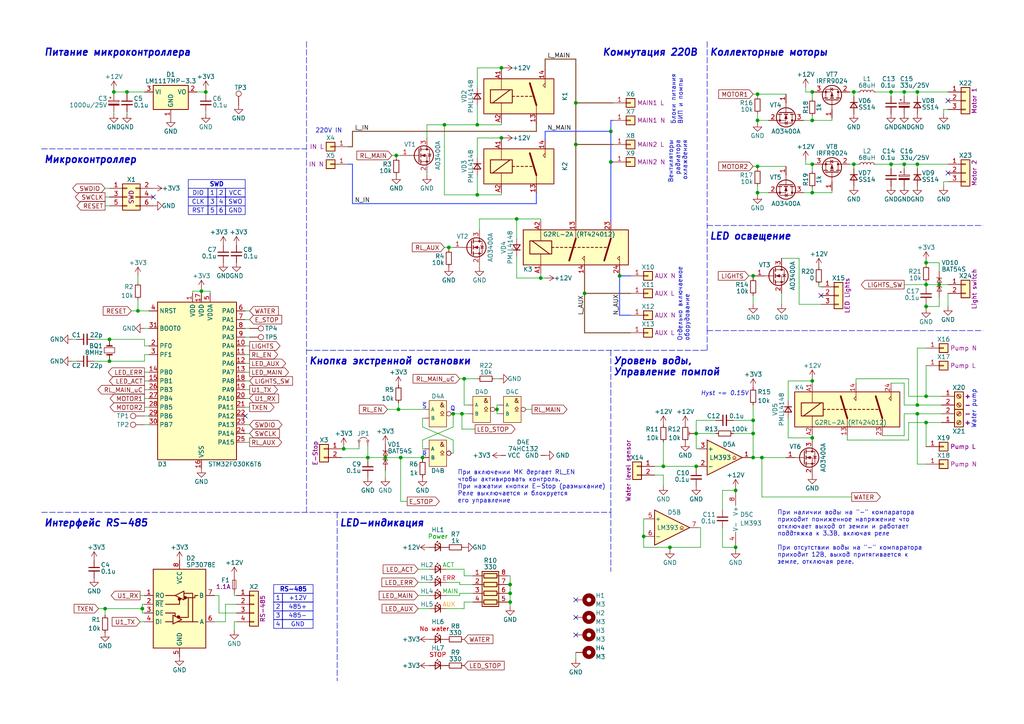
<source format=kicad_sch>
(kicad_sch
	(version 20231120)
	(generator "eeschema")
	(generator_version "8.0")
	(uuid "6450e7fa-7a31-4aa4-8e80-7e6cbe2452fc")
	(paper "A4")
	(title_block
		(title "RS485_Relay V2 module")
		(rev "2")
		(company "ООО \"Экросхим\"")
		(comment 1 "Anton Mukhin")
	)
	
	(junction
		(at 262.255 26.67)
		(diameter 0)
		(color 0 0 0 0)
		(uuid "025861c3-9559-4ee6-bd02-0a9dcb606de5")
	)
	(junction
		(at 266.065 47.625)
		(diameter 0)
		(color 0 0 0 0)
		(uuid "05ea3b54-db05-475d-8a61-c27f7472cb87")
	)
	(junction
		(at 235.585 34.925)
		(diameter 0)
		(color 0 0 0 0)
		(uuid "077cc5b7-ff23-4099-afa7-545f65105d99")
	)
	(junction
		(at 177.165 38.1)
		(diameter 0)
		(color 0 0 0 0)
		(uuid "0be94d74-4197-43a5-86bd-bc3c880a49b6")
	)
	(junction
		(at 219.71 55.88)
		(diameter 0)
		(color 0 0 0 0)
		(uuid "0c0c38bb-ac3c-4f33-b3d5-7001cf3cf660")
	)
	(junction
		(at 138.43 56.515)
		(diameter 0)
		(color 0 0 0 0)
		(uuid "0cd95bb8-82a0-46a1-911a-3d045eb8684f")
	)
	(junction
		(at 58.42 84.455)
		(diameter 0)
		(color 0 0 0 0)
		(uuid "0d0a0bc9-4b99-4e81-b380-c4ceadb79b11")
	)
	(junction
		(at 268.605 122.555)
		(diameter 0)
		(color 0 0 0 0)
		(uuid "0f5f9fd3-cad9-4fcc-a351-5391f31d8cf7")
	)
	(junction
		(at 268.605 88.9)
		(diameter 0)
		(color 0 0 0 0)
		(uuid "0fdc5ad0-973c-4080-80d6-9966388d9dd4")
	)
	(junction
		(at 235.585 26.67)
		(diameter 0)
		(color 0 0 0 0)
		(uuid "110b7e71-4eeb-4d1d-9c7c-47e1a96e68cc")
	)
	(junction
		(at 272.415 82.55)
		(diameter 0)
		(color 0 0 0 0)
		(uuid "187bc0b2-e2b5-4b43-8b92-3becff17f88d")
	)
	(junction
		(at 262.255 47.625)
		(diameter 0)
		(color 0 0 0 0)
		(uuid "1f3971c9-d882-427b-8124-4eaba1b5e5ca")
	)
	(junction
		(at 192.405 135.255)
		(diameter 0)
		(color 0 0 0 0)
		(uuid "2051fc95-f1ce-412d-a87f-2a94e6a96e67")
	)
	(junction
		(at 194.31 158.75)
		(diameter 0)
		(color 0 0 0 0)
		(uuid "2167fd11-485c-4c85-8740-09b45325c014")
	)
	(junction
		(at 258.445 47.625)
		(diameter 0)
		(color 0 0 0 0)
		(uuid "227cc3da-ee51-41c1-8f39-3066c60e2d00")
	)
	(junction
		(at 268.605 114.935)
		(diameter 0)
		(color 0 0 0 0)
		(uuid "236b0db4-28f3-4b6e-9461-70758d7bdc3b")
	)
	(junction
		(at 218.44 125.73)
		(diameter 0)
		(color 0 0 0 0)
		(uuid "27ea5af2-0afa-46e2-a598-2ba24dcc1ac9")
	)
	(junction
		(at 266.065 117.475)
		(diameter 0)
		(color 0 0 0 0)
		(uuid "293f9a76-8490-4fd0-98a0-e1c943a80e6e")
	)
	(junction
		(at 133.985 120.015)
		(diameter 0)
		(color 0 0 0 0)
		(uuid "2d1a3b91-6cdd-45aa-bc7e-5a1793bb6506")
	)
	(junction
		(at 213.36 142.24)
		(diameter 0)
		(color 0 0 0 0)
		(uuid "2e3c7c96-c41a-4fb8-8d7b-2bf0e5108e66")
	)
	(junction
		(at 147.955 169.545)
		(diameter 0)
		(color 0 0 0 0)
		(uuid "36a2ed52-0d63-4126-898c-85fe0410d891")
	)
	(junction
		(at 122.555 132.715)
		(diameter 0)
		(color 0 0 0 0)
		(uuid "37f93377-2764-4d49-9ab6-38d54ac507d2")
	)
	(junction
		(at 219.71 48.26)
		(diameter 0)
		(color 0 0 0 0)
		(uuid "39f20107-2c50-42ed-a7c4-57329dfe56fa")
	)
	(junction
		(at 220.98 132.715)
		(diameter 0)
		(color 0 0 0 0)
		(uuid "41555883-9cac-4116-8698-ba71ce74f7e4")
	)
	(junction
		(at 268.605 76.2)
		(diameter 0)
		(color 0 0 0 0)
		(uuid "43fc6e5f-fcc7-42af-8f7d-38b2562e4303")
	)
	(junction
		(at 235.585 47.625)
		(diameter 0)
		(color 0 0 0 0)
		(uuid "4a0c4f3b-15d0-461b-9b5b-5e6485cce6f4")
	)
	(junction
		(at 201.93 125.73)
		(diameter 0)
		(color 0 0 0 0)
		(uuid "4e3b8dc2-de67-49e5-abb0-3b2964777377")
	)
	(junction
		(at 99.695 130.175)
		(diameter 0)
		(color 0 0 0 0)
		(uuid "500bc291-74f5-404c-a54a-494e928b6b01")
	)
	(junction
		(at 147.955 172.085)
		(diameter 0)
		(color 0 0 0 0)
		(uuid "53022e14-a6b2-4687-8568-ed01bb0bc801")
	)
	(junction
		(at 149.86 63.5)
		(diameter 0)
		(color 0 0 0 0)
		(uuid "533a4b70-f71b-44d5-b4e3-3f2097299e9c")
	)
	(junction
		(at 218.44 132.715)
		(diameter 0)
		(color 0 0 0 0)
		(uuid "54bad2b4-13ca-4ccd-99ec-16651a6a77d5")
	)
	(junction
		(at 138.43 36.195)
		(diameter 0)
		(color 0 0 0 0)
		(uuid "55c7bdf3-5f8f-4771-9d1d-19fdb4d5c4ab")
	)
	(junction
		(at 31.75 98.425)
		(diameter 0)
		(color 0 0 0 0)
		(uuid "5b8f7dcc-5c75-4ac6-9d15-61476b3c3ab6")
	)
	(junction
		(at 128.905 36.195)
		(diameter 0)
		(color 0 0 0 0)
		(uuid "5d6c6750-430b-4bfe-b825-1b5354ce9c0f")
	)
	(junction
		(at 169.545 85.09)
		(diameter 0)
		(color 0 0 0 0)
		(uuid "65bf29da-2ed8-4872-8fd2-409bb2167fcd")
	)
	(junction
		(at 147.955 174.625)
		(diameter 0)
		(color 0 0 0 0)
		(uuid "66daeb34-ae29-4d79-939a-fe7740178441")
	)
	(junction
		(at 131.445 120.015)
		(diameter 0)
		(color 0 0 0 0)
		(uuid "67d5c6ea-8a2b-48fd-a4df-a2ed4dcd7647")
	)
	(junction
		(at 247.65 47.625)
		(diameter 0)
		(color 0 0 0 0)
		(uuid "6f042441-4e4f-4e2c-854b-fadc83e03487")
	)
	(junction
		(at 167.005 41.91)
		(diameter 0)
		(color 0 0 0 0)
		(uuid "7a74a676-8563-419b-871a-85105152586b")
	)
	(junction
		(at 30.48 176.53)
		(diameter 0)
		(color 0 0 0 0)
		(uuid "7b973aa7-967b-4d7c-a42d-226863a3855e")
	)
	(junction
		(at 218.44 80.01)
		(diameter 0)
		(color 0 0 0 0)
		(uuid "7e440e3a-3a2b-4310-a85d-704e207ca204")
	)
	(junction
		(at 33.02 26.67)
		(diameter 0)
		(color 0 0 0 0)
		(uuid "80103748-55ed-41b6-830a-41b5cae1ea4f")
	)
	(junction
		(at 41.275 176.53)
		(diameter 0)
		(color 0 0 0 0)
		(uuid "857ada16-b94d-4a33-95b4-1659a5c003cf")
	)
	(junction
		(at 111.76 132.715)
		(diameter 0)
		(color 0 0 0 0)
		(uuid "878ca46b-e5c5-42b7-b400-364d4b976d84")
	)
	(junction
		(at 268.605 82.55)
		(diameter 0)
		(color 0 0 0 0)
		(uuid "8916e602-afa6-4cba-adf2-1a6ae4a4e818")
	)
	(junction
		(at 247.65 26.67)
		(diameter 0)
		(color 0 0 0 0)
		(uuid "9070c74b-7696-4e92-93eb-79dd9f9bfd95")
	)
	(junction
		(at 201.93 135.255)
		(diameter 0)
		(color 0 0 0 0)
		(uuid "933f608a-7f52-47ea-b469-7b36181f332c")
	)
	(junction
		(at 130.175 71.755)
		(diameter 0)
		(color 0 0 0 0)
		(uuid "96d486fe-3702-4d60-a82f-e8ed9056080c")
	)
	(junction
		(at 134.62 109.855)
		(diameter 0)
		(color 0 0 0 0)
		(uuid "98be362e-c65c-446e-b480-2dbab15fa4ba")
	)
	(junction
		(at 116.205 132.715)
		(diameter 0)
		(color 0 0 0 0)
		(uuid "a1402cfd-4257-40d0-9e4a-6cc726dc085d")
	)
	(junction
		(at 266.065 120.015)
		(diameter 0)
		(color 0 0 0 0)
		(uuid "aaedd42c-4232-4c1f-93d2-69c5641e2ad6")
	)
	(junction
		(at 145.415 40.005)
		(diameter 0)
		(color 0 0 0 0)
		(uuid "b02e3344-22f9-42e7-866f-9e0b640cc9ac")
	)
	(junction
		(at 219.71 34.925)
		(diameter 0)
		(color 0 0 0 0)
		(uuid "b1393ca2-d170-4656-923e-9350fbbcec10")
	)
	(junction
		(at 59.69 26.67)
		(diameter 0)
		(color 0 0 0 0)
		(uuid "b62da96e-bb76-44fd-b2a1-0217c85053cd")
	)
	(junction
		(at 114.935 45.085)
		(diameter 0)
		(color 0 0 0 0)
		(uuid "bdfb88c2-9246-4b92-85b9-7d4fa2c8e2c0")
	)
	(junction
		(at 258.445 26.67)
		(diameter 0)
		(color 0 0 0 0)
		(uuid "bfac10f2-123d-488a-bc50-e2754c4c3ccd")
	)
	(junction
		(at 31.75 104.775)
		(diameter 0)
		(color 0 0 0 0)
		(uuid "c26f93a6-4f08-4fc2-b35b-6c12c5252821")
	)
	(junction
		(at 36.83 26.67)
		(diameter 0)
		(color 0 0 0 0)
		(uuid "c540ea47-b008-4fc7-802c-fd2fb31c75cc")
	)
	(junction
		(at 40.005 90.17)
		(diameter 0)
		(color 0 0 0 0)
		(uuid "c69ece61-cf8a-4a14-a080-5b124fc14304")
	)
	(junction
		(at 218.44 121.92)
		(diameter 0)
		(color 0 0 0 0)
		(uuid "caa25b21-7042-49b5-ba8e-e650c97121b1")
	)
	(junction
		(at 235.585 127)
		(diameter 0)
		(color 0 0 0 0)
		(uuid "cabf4744-c332-47ee-8f69-efbc1a99fbd1")
	)
	(junction
		(at 167.005 29.845)
		(diameter 0)
		(color 0 0 0 0)
		(uuid "cb998d4c-f26c-4459-abcd-12f57485ad6b")
	)
	(junction
		(at 177.165 46.99)
		(diameter 0)
		(color 0 0 0 0)
		(uuid "cbb40fd7-82dd-4cf5-bf6b-c000bf2d792f")
	)
	(junction
		(at 186.69 155.575)
		(diameter 0)
		(color 0 0 0 0)
		(uuid "cc605d83-b9bc-4e7b-85f5-4ff3119684c8")
	)
	(junction
		(at 144.145 118.745)
		(diameter 0)
		(color 0 0 0 0)
		(uuid "d31ee352-9853-40f1-a9e6-f711a7f6e079")
	)
	(junction
		(at 213.36 158.75)
		(diameter 0)
		(color 0 0 0 0)
		(uuid "d8578f05-a456-4a12-936b-72167241647f")
	)
	(junction
		(at 235.585 55.88)
		(diameter 0)
		(color 0 0 0 0)
		(uuid "db0d85a7-3928-429b-ae8a-a3e1f08e4e28")
	)
	(junction
		(at 179.705 80.01)
		(diameter 0)
		(color 0 0 0 0)
		(uuid "dc6b09a6-c221-4183-a6ac-89d66c1a8ba2")
	)
	(junction
		(at 145.415 19.685)
		(diameter 0)
		(color 0 0 0 0)
		(uuid "df8ba9ac-3cb7-4cae-ba74-a19d4fdf57d1")
	)
	(junction
		(at 235.585 110.49)
		(diameter 0)
		(color 0 0 0 0)
		(uuid "dfebfafd-ac40-415b-8d6f-168a5f120789")
	)
	(junction
		(at 156.845 80.645)
		(diameter 0)
		(color 0 0 0 0)
		(uuid "e2d4d49e-bfd8-41fd-a192-6a0451d0081b")
	)
	(junction
		(at 266.065 26.67)
		(diameter 0)
		(color 0 0 0 0)
		(uuid "e6dbe63b-48bb-4339-8bb7-c2978fe186fa")
	)
	(junction
		(at 106.68 132.715)
		(diameter 0)
		(color 0 0 0 0)
		(uuid "ead377f6-9f70-46d5-99a7-71cf222f7994")
	)
	(junction
		(at 115.57 118.745)
		(diameter 0)
		(color 0 0 0 0)
		(uuid "f09829d1-30a2-4b66-b1a1-f55c538c91a8")
	)
	(junction
		(at 219.71 27.305)
		(diameter 0)
		(color 0 0 0 0)
		(uuid "ffcdf3fd-3f76-49e3-aa46-7be728dc307c")
	)
	(no_connect
		(at 71.12 120.65)
		(uuid "03f8abea-e6c1-455c-84e4-6cd5273dad97")
	)
	(no_connect
		(at 167.005 184.15)
		(uuid "1c44ba37-14b3-405b-a54f-e7dcfcad7590")
	)
	(no_connect
		(at 238.125 85.725)
		(uuid "31a690ea-4b5b-43ad-9006-4510d71109a9")
	)
	(no_connect
		(at 44.45 57.15)
		(uuid "684d7b93-7724-429f-9672-a6aac24ff43d")
	)
	(no_connect
		(at 167.005 179.07)
		(uuid "96716cc6-9055-4b35-92d8-af019611fa49")
	)
	(no_connect
		(at 274.955 29.21)
		(uuid "d3831871-95b0-42eb-bd90-4b6bf35bc9ab")
	)
	(no_connect
		(at 274.955 50.165)
		(uuid "eb12b70a-10cd-4e3c-94e6-13cdb3dd8f57")
	)
	(no_connect
		(at 167.005 173.99)
		(uuid "f8836111-faf3-43b2-8065-b2ef53ec5bf3")
	)
	(wire
		(pts
			(xy 111.76 132.715) (xy 116.205 132.715)
		)
		(stroke
			(width 0)
			(type default)
		)
		(uuid "0087c397-f528-42ef-a7c1-acdd726555d9")
	)
	(wire
		(pts
			(xy 30.48 57.15) (xy 31.75 57.15)
		)
		(stroke
			(width 0)
			(type default)
		)
		(uuid "00b6dd6d-436d-4ce0-a32e-b73d035b4b02")
	)
	(wire
		(pts
			(xy 139.065 76.835) (xy 139.065 77.47)
		)
		(stroke
			(width 0)
			(type default)
		)
		(uuid "0127a94d-4374-4d4c-be2a-2d00bb563f3e")
	)
	(wire
		(pts
			(xy 201.93 135.255) (xy 202.565 135.255)
		)
		(stroke
			(width 0)
			(type default)
		)
		(uuid "02be5ec9-b021-4f94-b855-741a971830a5")
	)
	(wire
		(pts
			(xy 135.89 117.475) (xy 134.62 117.475)
		)
		(stroke
			(width 0)
			(type default)
		)
		(uuid "035dc596-e3ab-4253-9de6-17563127271c")
	)
	(wire
		(pts
			(xy 71.12 110.49) (xy 72.39 110.49)
		)
		(stroke
			(width 0)
			(type default)
		)
		(uuid "039410ce-cf4d-46f8-b718-73fdb47d6fdf")
	)
	(wire
		(pts
			(xy 218.44 85.725) (xy 218.44 88.265)
		)
		(stroke
			(width 0)
			(type default)
		)
		(uuid "040015b5-b357-4461-b05a-895138c15b93")
	)
	(wire
		(pts
			(xy 245.745 126.365) (xy 245.745 127.635)
		)
		(stroke
			(width 0)
			(type default)
		)
		(uuid "04155474-4984-4345-9fd9-7f0da614a137")
	)
	(wire
		(pts
			(xy 167.005 189.23) (xy 167.005 191.135)
		)
		(stroke
			(width 0)
			(type default)
		)
		(uuid "047109a4-8044-4b43-8813-c4cded0fffe5")
	)
	(wire
		(pts
			(xy 133.35 172.72) (xy 133.35 172.085)
		)
		(stroke
			(width 0)
			(type default)
		)
		(uuid "056c5ecb-4673-4d09-9185-b2dd7c23cb00")
	)
	(wire
		(pts
			(xy 30.48 176.53) (xy 41.275 176.53)
		)
		(stroke
			(width 0)
			(type default)
		)
		(uuid "05d85703-ced6-42c8-a0a4-fe022770cba4")
	)
	(wire
		(pts
			(xy 194.31 158.75) (xy 194.31 159.385)
		)
		(stroke
			(width 0)
			(type default)
		)
		(uuid "06a89d01-6bd4-4175-87b2-1fcd403c729e")
	)
	(wire
		(pts
			(xy 149.86 74.295) (xy 149.86 80.645)
		)
		(stroke
			(width 0)
			(type default)
		)
		(uuid "06bfd472-3e76-4bd9-b783-71d69b231475")
	)
	(wire
		(pts
			(xy 68.58 180.34) (xy 67.945 180.34)
		)
		(stroke
			(width 0)
			(type default)
		)
		(uuid "08bf49bc-949f-4c3e-8f40-c89978628c39")
	)
	(wire
		(pts
			(xy 133.35 169.545) (xy 137.16 169.545)
		)
		(stroke
			(width 0)
			(type default)
		)
		(uuid "09084143-c152-4d14-9cde-2875a560dc3e")
	)
	(wire
		(pts
			(xy 209.55 153.035) (xy 209.55 158.75)
		)
		(stroke
			(width 0)
			(type default)
		)
		(uuid "0a853dc6-dd2a-437b-a440-87521a88cf43")
	)
	(wire
		(pts
			(xy 106.68 132.715) (xy 106.68 133.35)
		)
		(stroke
			(width 0)
			(type default)
		)
		(uuid "0a976d54-7133-42b0-96e4-ea2b8a2cc022")
	)
	(wire
		(pts
			(xy 36.83 26.67) (xy 41.91 26.67)
		)
		(stroke
			(width 0)
			(type default)
		)
		(uuid "0aac398f-a3c9-4277-b714-3dff0b7b2fc8")
	)
	(wire
		(pts
			(xy 262.255 126.365) (xy 262.255 120.015)
		)
		(stroke
			(width 0)
			(type default)
		)
		(uuid "0b8f9e17-8cce-42c6-b8dd-dc8146f3f165")
	)
	(wire
		(pts
			(xy 118.11 145.415) (xy 116.205 145.415)
		)
		(stroke
			(width 0)
			(type default)
		)
		(uuid "0c014cbf-60e8-4deb-b8a0-4538efb5db7a")
	)
	(wire
		(pts
			(xy 266.065 117.475) (xy 273.05 117.475)
		)
		(stroke
			(width 0)
			(type default)
		)
		(uuid "0ce04c61-c60f-4cfb-bf55-590783100c57")
	)
	(wire
		(pts
			(xy 147.32 169.545) (xy 147.955 169.545)
		)
		(stroke
			(width 0)
			(type default)
		)
		(uuid "0d09c338-b37f-46e3-b77c-ae4bcd93c8f6")
	)
	(polyline
		(pts
			(xy 88.9 12.065) (xy 88.9 148.59)
		)
		(stroke
			(width 0)
			(type dash)
		)
		(uuid "0df5bca9-5c26-4f85-9f2d-852a70bd0685")
	)
	(wire
		(pts
			(xy 262.255 117.475) (xy 266.065 117.475)
		)
		(stroke
			(width 0)
			(type default)
		)
		(uuid "0edeeff1-4a45-44cc-93d7-665a2028f2bf")
	)
	(wire
		(pts
			(xy 268.605 134.62) (xy 266.065 134.62)
		)
		(stroke
			(width 0)
			(type default)
		)
		(uuid "0f1b1797-6c66-4d5a-be42-1e1cf8f1d0d5")
	)
	(wire
		(pts
			(xy 41.91 104.775) (xy 31.75 104.775)
		)
		(stroke
			(width 0)
			(type default)
		)
		(uuid "0f79eee7-bcf2-4b1b-9087-ff8e92ab9861")
	)
	(wire
		(pts
			(xy 228.6 121.285) (xy 228.6 127)
		)
		(stroke
			(width 0)
			(type default)
		)
		(uuid "12176ba6-4a54-41b2-bece-0a02fe2b49c4")
	)
	(wire
		(pts
			(xy 233.045 55.88) (xy 235.585 55.88)
		)
		(stroke
			(width 0)
			(type default)
		)
		(uuid "123a1267-58f1-4fd3-ae03-42297840b3ce")
	)
	(wire
		(pts
			(xy 147.955 174.625) (xy 147.955 175.895)
		)
		(stroke
			(width 0)
			(type default)
		)
		(uuid "12d537bf-e329-4383-8179-4d6d5bef6387")
	)
	(wire
		(pts
			(xy 138.43 45.72) (xy 138.43 40.005)
		)
		(stroke
			(width 0)
			(type default)
		)
		(uuid "12d7248f-4b18-4f13-8c77-1634e091e700")
	)
	(wire
		(pts
			(xy 167.005 17.145) (xy 167.005 29.845)
		)
		(stroke
			(width 0.3)
			(type default)
			(color 136 81 44 1)
		)
		(uuid "13cb3e7b-2f39-427f-bbcc-9f2a539ddf72")
	)
	(wire
		(pts
			(xy 134.62 109.855) (xy 133.35 109.855)
		)
		(stroke
			(width 0)
			(type default)
		)
		(uuid "13db0860-7d38-407c-99d7-551a3bfcd905")
	)
	(wire
		(pts
			(xy 20.955 98.425) (xy 22.225 98.425)
		)
		(stroke
			(width 0)
			(type default)
		)
		(uuid "1419981e-88bf-4db6-b1db-ab5777992550")
	)
	(wire
		(pts
			(xy 59.69 26.67) (xy 59.69 27.305)
		)
		(stroke
			(width 0)
			(type default)
		)
		(uuid "1477ee0f-c249-411e-a382-ca1ec47e4edd")
	)
	(wire
		(pts
			(xy 41.91 98.425) (xy 31.75 98.425)
		)
		(stroke
			(width 0)
			(type default)
		)
		(uuid "15029913-33db-498e-b216-9fb60a7b72f0")
	)
	(wire
		(pts
			(xy 201.93 121.92) (xy 201.93 125.73)
		)
		(stroke
			(width 0)
			(type default)
		)
		(uuid "160541d6-d991-4aa3-b659-09c666c96545")
	)
	(wire
		(pts
			(xy 145.415 19.685) (xy 145.415 20.32)
		)
		(stroke
			(width 0)
			(type default)
		)
		(uuid "166338aa-4e3b-4f51-b567-4f99a0042745")
	)
	(wire
		(pts
			(xy 247.65 47.625) (xy 247.65 48.895)
		)
		(stroke
			(width 0)
			(type default)
		)
		(uuid "17007c84-cfc1-4253-8728-4f744ac2a149")
	)
	(wire
		(pts
			(xy 192.405 137.795) (xy 192.405 140.97)
		)
		(stroke
			(width 0)
			(type default)
		)
		(uuid "17d9b1b6-6c2d-46eb-b69a-1d98ee0826fb")
	)
	(wire
		(pts
			(xy 231.775 74.93) (xy 226.695 74.93)
		)
		(stroke
			(width 0)
			(type default)
		)
		(uuid "1837ad3e-570d-4b00-99e5-63c9573acc2d")
	)
	(wire
		(pts
			(xy 272.415 78.74) (xy 272.415 76.2)
		)
		(stroke
			(width 0)
			(type default)
		)
		(uuid "1925b013-8e8d-4ffb-99d1-2a3bb7f6d550")
	)
	(wire
		(pts
			(xy 235.585 26.67) (xy 236.22 26.67)
		)
		(stroke
			(width 0)
			(type default)
		)
		(uuid "1b1acf1b-47b3-4766-a109-55f9b7ea8341")
	)
	(wire
		(pts
			(xy 71.12 100.33) (xy 72.39 100.33)
		)
		(stroke
			(width 0)
			(type default)
		)
		(uuid "1b6f73a7-7126-47d7-8ad6-9570e460c61a")
	)
	(wire
		(pts
			(xy 235.585 126.365) (xy 235.585 127)
		)
		(stroke
			(width 0)
			(type default)
		)
		(uuid "1c271aac-4ec3-43e9-a766-e3a52872b154")
	)
	(wire
		(pts
			(xy 218.44 48.26) (xy 219.71 48.26)
		)
		(stroke
			(width 0)
			(type default)
		)
		(uuid "1d23b895-4f35-4397-a268-f72f0114a51f")
	)
	(wire
		(pts
			(xy 71.12 123.19) (xy 72.39 123.19)
		)
		(stroke
			(width 0)
			(type default)
		)
		(uuid "1df18233-294b-4e69-b9ab-13113479077b")
	)
	(wire
		(pts
			(xy 43.18 102.87) (xy 41.91 102.87)
		)
		(stroke
			(width 0)
			(type default)
		)
		(uuid "1e47a892-eaf6-495e-a803-5e7f85b050a7")
	)
	(wire
		(pts
			(xy 28.575 176.53) (xy 30.48 176.53)
		)
		(stroke
			(width 0)
			(type default)
		)
		(uuid "1e81dc6a-26e3-490d-ac33-dd1398cece90")
	)
	(wire
		(pts
			(xy 231.775 88.265) (xy 231.775 74.93)
		)
		(stroke
			(width 0)
			(type default)
		)
		(uuid "2025d6cd-e377-49c6-be1d-5c645c4db21b")
	)
	(wire
		(pts
			(xy 102.235 59.055) (xy 102.235 47.625)
		)
		(stroke
			(width 0.3)
			(type default)
			(color 71 92 255 1)
		)
		(uuid "207c98a0-878d-4842-bd2b-fbdcb7e9b013")
	)
	(wire
		(pts
			(xy 68.58 172.72) (xy 67.945 172.72)
		)
		(stroke
			(width 0)
			(type default)
		)
		(uuid "2269f297-920d-4853-b6af-0344ca220164")
	)
	(wire
		(pts
			(xy 274.955 52.705) (xy 273.685 52.705)
		)
		(stroke
			(width 0)
			(type default)
		)
		(uuid "22a6a1d7-9c18-4e53-8439-0f528505a962")
	)
	(wire
		(pts
			(xy 67.945 180.34) (xy 67.945 182.88)
		)
		(stroke
			(width 0)
			(type default)
		)
		(uuid "232481bf-fde3-48ad-8c36-47b49ba9314d")
	)
	(wire
		(pts
			(xy 177.165 46.99) (xy 177.165 64.135)
		)
		(stroke
			(width 0.3)
			(type default)
			(color 71 92 255 1)
		)
		(uuid "23c4c183-5196-4ad3-8917-ab3a5b65235c")
	)
	(wire
		(pts
			(xy 152.4 118.745) (xy 154.305 118.745)
		)
		(stroke
			(width 0)
			(type default)
		)
		(uuid "23eec670-03f3-4416-9740-c83aad4d2fb0")
	)
	(wire
		(pts
			(xy 247.015 144.145) (xy 220.98 144.145)
		)
		(stroke
			(width 0)
			(type default)
		)
		(uuid "23f20a31-404e-4134-9d1e-8b5d4e912506")
	)
	(wire
		(pts
			(xy 233.045 34.925) (xy 235.585 34.925)
		)
		(stroke
			(width 0)
			(type default)
		)
		(uuid "2548f921-b2b7-454d-8a1f-692da923f004")
	)
	(wire
		(pts
			(xy 218.44 80.01) (xy 218.44 80.645)
		)
		(stroke
			(width 0)
			(type default)
		)
		(uuid "2666ef53-0e18-4d64-9516-0bf12c479c20")
	)
	(wire
		(pts
			(xy 31.75 98.425) (xy 31.75 99.06)
		)
		(stroke
			(width 0)
			(type default)
		)
		(uuid "268518ad-e8fd-4cdd-bc31-61ff944e1f40")
	)
	(wire
		(pts
			(xy 219.71 48.26) (xy 227.965 48.26)
		)
		(stroke
			(width 0)
			(type default)
		)
		(uuid "271ff14e-a9a0-4842-8b72-2f84a917eaf3")
	)
	(wire
		(pts
			(xy 235.585 127) (xy 235.585 127.635)
		)
		(stroke
			(width 0)
			(type default)
		)
		(uuid "29071455-d5ff-46cc-929c-e299a5e8be09")
	)
	(wire
		(pts
			(xy 129.54 165.1) (xy 134.62 165.1)
		)
		(stroke
			(width 0)
			(type default)
		)
		(uuid "29ac071c-2081-4f70-83a0-542bdf7b9db9")
	)
	(wire
		(pts
			(xy 155.575 38.1) (xy 102.235 38.1)
		)
		(stroke
			(width 0.3)
			(type default)
			(color 136 81 44 1)
		)
		(uuid "2a583fc8-5844-48c7-a0a9-d13229de2da4")
	)
	(wire
		(pts
			(xy 263.525 109.855) (xy 263.525 114.935)
		)
		(stroke
			(width 0)
			(type default)
		)
		(uuid "2c38ca7b-c644-4b12-8e81-4a3d9a6c2571")
	)
	(wire
		(pts
			(xy 38.1 90.17) (xy 40.005 90.17)
		)
		(stroke
			(width 0)
			(type default)
		)
		(uuid "2c38d587-cc4f-441b-9863-712b2d508a2f")
	)
	(wire
		(pts
			(xy 158.115 38.1) (xy 177.165 38.1)
		)
		(stroke
			(width 0.3)
			(type default)
			(color 71 92 255 1)
		)
		(uuid "2cecdb9a-d259-40d5-9d6e-83d46f29f300")
	)
	(wire
		(pts
			(xy 258.445 47.625) (xy 258.445 48.895)
		)
		(stroke
			(width 0)
			(type default)
		)
		(uuid "2d057875-ccf2-4298-b333-380e3eba14d0")
	)
	(wire
		(pts
			(xy 207.645 121.92) (xy 201.93 121.92)
		)
		(stroke
			(width 0)
			(type default)
		)
		(uuid "2d78fefa-e62f-41ed-ac94-72d24a5450e4")
	)
	(wire
		(pts
			(xy 144.145 117.475) (xy 144.78 117.475)
		)
		(stroke
			(width 0)
			(type default)
		)
		(uuid "2df62fbf-5507-46a8-b940-07f3af28b595")
	)
	(wire
		(pts
			(xy 41.91 115.57) (xy 43.18 115.57)
		)
		(stroke
			(width 0)
			(type default)
		)
		(uuid "2f86537e-afb2-48c2-9a0f-1a81b5c37a9b")
	)
	(wire
		(pts
			(xy 30.48 54.61) (xy 31.75 54.61)
		)
		(stroke
			(width 0)
			(type default)
		)
		(uuid "301684d8-09d6-4759-bbdd-173ee1a0597a")
	)
	(wire
		(pts
			(xy 40.005 86.995) (xy 40.005 90.17)
		)
		(stroke
			(width 0)
			(type default)
		)
		(uuid "304f4f5a-b256-4752-9b0e-640b9f5a6a37")
	)
	(wire
		(pts
			(xy 268.605 122.555) (xy 273.05 122.555)
		)
		(stroke
			(width 0)
			(type default)
		)
		(uuid "30e71616-9ae5-443f-a370-accdb2fffd86")
	)
	(wire
		(pts
			(xy 149.86 63.5) (xy 156.845 63.5)
		)
		(stroke
			(width 0)
			(type default)
		)
		(uuid "311a0e8e-1260-4d95-8fcd-0bf529c9f379")
	)
	(wire
		(pts
			(xy 233.68 25.4) (xy 233.68 26.67)
		)
		(stroke
			(width 0)
			(type default)
		)
		(uuid "313adca8-0e6b-47dc-ba38-9e0b7f573117")
	)
	(wire
		(pts
			(xy 258.445 111.125) (xy 262.255 111.125)
		)
		(stroke
			(width 0)
			(type default)
		)
		(uuid "3140fe28-db81-4e64-952a-3c17cd55cb3c")
	)
	(wire
		(pts
			(xy 57.15 26.67) (xy 59.69 26.67)
		)
		(stroke
			(width 0)
			(type default)
		)
		(uuid "31ae2781-f7b0-46d5-aaed-883848cb20df")
	)
	(wire
		(pts
			(xy 177.165 38.1) (xy 177.165 46.99)
		)
		(stroke
			(width 0.3)
			(type default)
			(color 71 92 255 1)
		)
		(uuid "33222966-41cf-4aa2-870a-775d0910186d")
	)
	(wire
		(pts
			(xy 71.12 97.79) (xy 72.39 97.79)
		)
		(stroke
			(width 0)
			(type default)
		)
		(uuid "34aa6a88-7b00-4893-8905-6f101bf6ffdd")
	)
	(wire
		(pts
			(xy 41.91 110.49) (xy 43.18 110.49)
		)
		(stroke
			(width 0)
			(type default)
		)
		(uuid "35e0aadf-ad93-462c-98e4-5d2dd9c3f490")
	)
	(wire
		(pts
			(xy 71.12 107.95) (xy 72.39 107.95)
		)
		(stroke
			(width 0)
			(type default)
		)
		(uuid "36b52cc7-e3ba-4c09-9df9-5a0b999472bd")
	)
	(wire
		(pts
			(xy 268.605 114.935) (xy 273.05 114.935)
		)
		(stroke
			(width 0)
			(type default)
		)
		(uuid "373822e3-5a97-4dad-a253-ddc3b793d064")
	)
	(wire
		(pts
			(xy 177.165 34.925) (xy 177.165 38.1)
		)
		(stroke
			(width 0.3)
			(type default)
			(color 71 92 255 1)
		)
		(uuid "37412a9b-3b26-4b3e-b60c-0305e2b92acb")
	)
	(wire
		(pts
			(xy 263.525 127.635) (xy 263.525 122.555)
		)
		(stroke
			(width 0)
			(type default)
		)
		(uuid "376bca86-867e-4d53-852c-42d2f56c4e61")
	)
	(wire
		(pts
			(xy 268.605 81.915) (xy 268.605 82.55)
		)
		(stroke
			(width 0)
			(type default)
		)
		(uuid "38ebca48-4df0-4240-a15f-c3fc957bc2d5")
	)
	(wire
		(pts
			(xy 272.415 76.2) (xy 268.605 76.2)
		)
		(stroke
			(width 0)
			(type default)
		)
		(uuid "3931c579-0c9a-4623-973a-d2ef2654ef04")
	)
	(wire
		(pts
			(xy 219.71 34.925) (xy 222.885 34.925)
		)
		(stroke
			(width 0)
			(type default)
		)
		(uuid "39379aa3-2552-42d3-843f-7f19e25667ba")
	)
	(wire
		(pts
			(xy 133.985 124.46) (xy 133.985 120.015)
		)
		(stroke
			(width 0)
			(type default)
		)
		(uuid "395a4b76-048b-4f4e-aba9-cb12586957de")
	)
	(wire
		(pts
			(xy 71.12 115.57) (xy 72.39 115.57)
		)
		(stroke
			(width 0)
			(type default)
		)
		(uuid "39d40975-8197-4c2b-a312-2c27eda6798c")
	)
	(wire
		(pts
			(xy 158.115 38.1) (xy 158.115 40.64)
		)
		(stroke
			(width 0.3)
			(type default)
			(color 71 92 255 1)
		)
		(uuid "3baa2eed-40a7-4c3f-a5b1-0b26f695c977")
	)
	(wire
		(pts
			(xy 68.58 177.8) (xy 63.5 177.8)
		)
		(stroke
			(width 0)
			(type default)
		)
		(uuid "3d019a5a-36ba-46dd-b2d0-93bbb6a31dc4")
	)
	(wire
		(pts
			(xy 245.745 127.635) (xy 263.525 127.635)
		)
		(stroke
			(width 0)
			(type default)
		)
		(uuid "3fbcd283-7830-480e-85cd-7cba1be4230a")
	)
	(wire
		(pts
			(xy 67.945 172.72) (xy 67.945 172.085)
		)
		(stroke
			(width 0)
			(type default)
		)
		(uuid "3ffce9ea-6a9c-4605-bd4a-eafd6ddb5e31")
	)
	(wire
		(pts
			(xy 156.845 63.5) (xy 156.845 64.135)
		)
		(stroke
			(width 0)
			(type default)
		)
		(uuid "4000d0d4-3720-4515-9bf6-b60cb47ebb5d")
	)
	(wire
		(pts
			(xy 167.005 29.845) (xy 177.8 29.845)
		)
		(stroke
			(width 0.3)
			(type default)
			(color 136 81 44 1)
		)
		(uuid "40b59981-6f35-4443-af07-2374e49aa43e")
	)
	(wire
		(pts
			(xy 122.555 121.285) (xy 122.555 123.825)
		)
		(stroke
			(width 0)
			(type default)
		)
		(uuid "4132ff43-cd91-4b3d-843a-a8ca17d78f89")
	)
	(wire
		(pts
			(xy 139.065 63.5) (xy 149.86 63.5)
		)
		(stroke
			(width 0)
			(type default)
		)
		(uuid "4134e379-48a7-49e1-a2be-348d77cc34ff")
	)
	(wire
		(pts
			(xy 59.69 32.385) (xy 59.69 33.02)
		)
		(stroke
			(width 0)
			(type default)
		)
		(uuid "42887598-d59a-4185-8612-8657061760b6")
	)
	(wire
		(pts
			(xy 41.91 113.03) (xy 43.18 113.03)
		)
		(stroke
			(width 0)
			(type default)
		)
		(uuid "44b6fe80-91ab-43e9-a632-867442d8f3b4")
	)
	(wire
		(pts
			(xy 149.86 69.215) (xy 149.86 63.5)
		)
		(stroke
			(width 0)
			(type default)
		)
		(uuid "44d5cafb-d473-466c-8b81-8e82839d8829")
	)
	(wire
		(pts
			(xy 209.55 142.24) (xy 213.36 142.24)
		)
		(stroke
			(width 0)
			(type default)
		)
		(uuid "44ef3b3f-9bc1-49da-8c34-cc97a71e22be")
	)
	(wire
		(pts
			(xy 41.91 123.19) (xy 43.18 123.19)
		)
		(stroke
			(width 0)
			(type default)
		)
		(uuid "45820cd6-08f6-4824-980d-1f569f0327ad")
	)
	(wire
		(pts
			(xy 134.62 176.53) (xy 134.62 174.625)
		)
		(stroke
			(width 0)
			(type default)
		)
		(uuid "45f8731c-3f36-4c35-b2eb-90fe14eeb5bb")
	)
	(wire
		(pts
			(xy 217.17 80.01) (xy 218.44 80.01)
		)
		(stroke
			(width 0)
			(type default)
		)
		(uuid "466a55a9-ee42-4c7c-be78-54216c47c7a4")
	)
	(wire
		(pts
			(xy 20.955 104.775) (xy 22.225 104.775)
		)
		(stroke
			(width 0)
			(type default)
		)
		(uuid "480c20a0-9ddd-41b0-a9cb-60485c9e28c8")
	)
	(wire
		(pts
			(xy 58.42 83.82) (xy 58.42 84.455)
		)
		(stroke
			(width 0)
			(type default)
		)
		(uuid "488548fb-d2dc-44b0-8bb4-71620ba7080f")
	)
	(wire
		(pts
			(xy 235.585 54.61) (xy 235.585 55.88)
		)
		(stroke
			(width 0)
			(type default)
		)
		(uuid "492d00f2-58e2-45f1-81f5-f0e5ec09d003")
	)
	(wire
		(pts
			(xy 58.42 84.455) (xy 60.96 84.455)
		)
		(stroke
			(width 0)
			(type default)
		)
		(uuid "4938b4f9-ea85-4690-8900-64894491e7a5")
	)
	(wire
		(pts
			(xy 138.43 36.195) (xy 145.415 36.195)
		)
		(stroke
			(width 0)
			(type default)
		)
		(uuid "49ea047e-e6de-4579-9349-6a8ae9b32050")
	)
	(wire
		(pts
			(xy 130.175 71.755) (xy 131.445 71.755)
		)
		(stroke
			(width 0)
			(type default)
		)
		(uuid "4aa946cb-bf25-46f7-826c-293c98fbe0e3")
	)
	(wire
		(pts
			(xy 268.605 82.55) (xy 272.415 82.55)
		)
		(stroke
			(width 0)
			(type default)
		)
		(uuid "4b303469-8f29-41cb-94c8-30c9f782305b")
	)
	(wire
		(pts
			(xy 144.145 118.745) (xy 144.145 117.475)
		)
		(stroke
			(width 0)
			(type default)
		)
		(uuid "4c197d5c-674a-4b92-8abd-1345ada09b83")
	)
	(wire
		(pts
			(xy 218.44 132.715) (xy 218.44 125.73)
		)
		(stroke
			(width 0)
			(type default)
		)
		(uuid "4c6e91fd-a1d4-495b-9c2b-f93b0ced2240")
	)
	(wire
		(pts
			(xy 71.12 118.11) (xy 72.39 118.11)
		)
		(stroke
			(width 0)
			(type default)
		)
		(uuid "4c75a68f-9e52-420b-8b84-83c1a66ee899")
	)
	(wire
		(pts
			(xy 219.71 55.88) (xy 219.71 53.975)
		)
		(stroke
			(width 0)
			(type default)
		)
		(uuid "4c9293f3-ecfd-4871-bd83-b95ca7695dbb")
	)
	(wire
		(pts
			(xy 179.705 79.375) (xy 179.705 80.01)
		)
		(stroke
			(width 0.3)
			(type default)
			(color 71 92 255 1)
		)
		(uuid "4d73b166-ceff-4b25-b465-e4537ccc1bcc")
	)
	(wire
		(pts
			(xy 131.445 127.635) (xy 131.445 131.445)
		)
		(stroke
			(width 0)
			(type default)
		)
		(uuid "4d87ed5f-0ef1-48e0-ace6-73b7707252a9")
	)
	(wire
		(pts
			(xy 201.93 135.255) (xy 201.93 135.89)
		)
		(stroke
			(width 0)
			(type default)
		)
		(uuid "4e2d7d1d-ecdc-48e4-a942-2a1168097261")
	)
	(wire
		(pts
			(xy 130.175 71.755) (xy 130.175 72.39)
		)
		(stroke
			(width 0)
			(type default)
		)
		(uuid "4ec03816-8260-4a72-abd6-e5c7a4489bda")
	)
	(wire
		(pts
			(xy 201.295 125.73) (xy 201.93 125.73)
		)
		(stroke
			(width 0)
			(type default)
		)
		(uuid "4f80a63c-ed22-4a76-bdaa-f60b863c9a8a")
	)
	(wire
		(pts
			(xy 33.02 26.035) (xy 33.02 26.67)
		)
		(stroke
			(width 0)
			(type default)
		)
		(uuid "4f9d2a4b-73c0-48d7-86e0-af0f123e4b05")
	)
	(wire
		(pts
			(xy 231.775 88.265) (xy 238.125 88.265)
		)
		(stroke
			(width 0)
			(type default)
		)
		(uuid "502ecd8a-424d-4318-a8b7-a1cec5f79268")
	)
	(wire
		(pts
			(xy 115.57 118.745) (xy 123.19 118.745)
		)
		(stroke
			(width 0)
			(type default)
		)
		(uuid "50d899df-96c7-4ec0-b8e4-00449f2243f3")
	)
	(wire
		(pts
			(xy 219.71 35.56) (xy 219.71 34.925)
		)
		(stroke
			(width 0)
			(type default)
		)
		(uuid "51374a7f-a2b3-4c12-b4ef-6f53c52dbc5a")
	)
	(wire
		(pts
			(xy 40.64 172.72) (xy 41.91 172.72)
		)
		(stroke
			(width 0)
			(type default)
		)
		(uuid "522d026c-fa15-4e72-a6ae-ab60ed302773")
	)
	(wire
		(pts
			(xy 143.51 109.855) (xy 144.78 109.855)
		)
		(stroke
			(width 0)
			(type default)
		)
		(uuid "5264945f-729f-4492-9bcc-b37a4fe3b989")
	)
	(wire
		(pts
			(xy 147.955 169.545) (xy 147.955 172.085)
		)
		(stroke
			(width 0)
			(type default)
		)
		(uuid "53af094c-3b85-4443-b1cb-f22e2537335b")
	)
	(wire
		(pts
			(xy 186.69 155.575) (xy 187.325 155.575)
		)
		(stroke
			(width 0)
			(type default)
		)
		(uuid "53ecba46-e1e6-4493-9aef-ae5da9d0a1c0")
	)
	(wire
		(pts
			(xy 104.14 130.175) (xy 99.695 130.175)
		)
		(stroke
			(width 0)
			(type default)
		)
		(uuid "544a5058-37cc-4756-b221-82db5dccd6ac")
	)
	(wire
		(pts
			(xy 186.69 150.495) (xy 186.69 155.575)
		)
		(stroke
			(width 0)
			(type default)
		)
		(uuid "546a8ea6-1b1b-4794-8d3d-7194548e7f7a")
	)
	(wire
		(pts
			(xy 40.005 80.01) (xy 40.005 81.915)
		)
		(stroke
			(width 0)
			(type default)
		)
		(uuid "54dd2fc5-6816-46be-966d-b9f61f9752dc")
	)
	(wire
		(pts
			(xy 266.065 134.62) (xy 266.065 120.015)
		)
		(stroke
			(width 0)
			(type default)
		)
		(uuid "55c3949e-17df-4067-a798-b1363c14f695")
	)
	(wire
		(pts
			(xy 123.825 36.195) (xy 128.905 36.195)
		)
		(stroke
			(width 0)
			(type default)
		)
		(uuid "56190ca3-f77d-40bc-8ea3-171cda205f27")
	)
	(wire
		(pts
			(xy 145.415 36.195) (xy 145.415 35.56)
		)
		(stroke
			(width 0)
			(type default)
		)
		(uuid "565f7233-bba9-40bd-94c1-79d796ad9051")
	)
	(polyline
		(pts
			(xy 205.105 12.065) (xy 205.105 95.885)
		)
		(stroke
			(width 0)
			(type dash)
		)
		(uuid "56fc567d-a8f4-493b-802d-10931682c0a2")
	)
	(wire
		(pts
			(xy 169.545 85.09) (xy 169.545 96.52)
		)
		(stroke
			(width 0.3)
			(type default)
			(color 136 81 44 1)
		)
		(uuid "5705eacb-cd84-4962-b3f8-ad6c022e80ce")
	)
	(wire
		(pts
			(xy 43.18 100.33) (xy 41.91 100.33)
		)
		(stroke
			(width 0)
			(type default)
		)
		(uuid "5732fba2-e5b6-456b-927f-7ceeb24b678c")
	)
	(wire
		(pts
			(xy 228.6 116.205) (xy 228.6 110.49)
		)
		(stroke
			(width 0)
			(type default)
		)
		(uuid "57d09f04-8117-4a3d-8c84-4c55ae48a135")
	)
	(wire
		(pts
			(xy 33.02 32.385) (xy 33.02 33.02)
		)
		(stroke
			(width 0)
			(type default)
		)
		(uuid "57d415d5-10e1-4aa7-9003-88550209902e")
	)
	(wire
		(pts
			(xy 241.3 34.29) (xy 241.3 34.925)
		)
		(stroke
			(width 0)
			(type default)
		)
		(uuid "5812ebd9-5bbb-4de6-90be-1eba77c34972")
	)
	(wire
		(pts
			(xy 41.91 120.65) (xy 43.18 120.65)
		)
		(stroke
			(width 0)
			(type default)
		)
		(uuid "58c8eb8b-ab9f-41c8-b858-4709cff7e852")
	)
	(wire
		(pts
			(xy 71.12 125.73) (xy 72.39 125.73)
		)
		(stroke
			(width 0)
			(type default)
		)
		(uuid "596a4b30-7f01-4264-a8f7-3a8d6b468531")
	)
	(wire
		(pts
			(xy 102.235 42.545) (xy 100.965 42.545)
		)
		(stroke
			(width 0.3)
			(type default)
			(color 136 81 44 1)
		)
		(uuid "5a0683eb-270f-4bfa-a7d2-3b5dec713527")
	)
	(wire
		(pts
			(xy 147.955 167.005) (xy 147.955 169.545)
		)
		(stroke
			(width 0)
			(type default)
		)
		(uuid "5a242407-16a2-4bcd-8c6c-ba7573d8f1cf")
	)
	(wire
		(pts
			(xy 262.255 26.67) (xy 262.255 27.94)
		)
		(stroke
			(width 0)
			(type default)
		)
		(uuid "5abdd6ea-48eb-41c3-ba24-83398af6370a")
	)
	(wire
		(pts
			(xy 254 47.625) (xy 258.445 47.625)
		)
		(stroke
			(width 0)
			(type default)
		)
		(uuid "5aff0ad4-5dd3-43c4-8519-d1f4b9c0ac8a")
	)
	(wire
		(pts
			(xy 262.255 82.55) (xy 268.605 82.55)
		)
		(stroke
			(width 0)
			(type default)
		)
		(uuid "5b05797f-a2e7-474a-ab65-a30c4ca810b0")
	)
	(wire
		(pts
			(xy 272.415 88.9) (xy 268.605 88.9)
		)
		(stroke
			(width 0)
			(type default)
		)
		(uuid "5b0e2029-a423-4c2c-a5cc-d8432085ab01")
	)
	(wire
		(pts
			(xy 30.48 59.69) (xy 31.75 59.69)
		)
		(stroke
			(width 0)
			(type default)
		)
		(uuid "5b79d467-9504-44f9-bbec-f2e16eaa4153")
	)
	(wire
		(pts
			(xy 134.62 117.475) (xy 134.62 109.855)
		)
		(stroke
			(width 0)
			(type default)
		)
		(uuid "5c654d2e-0582-4dd0-b8a8-8b0e93fa5ca1")
	)
	(wire
		(pts
			(xy 102.235 38.1) (xy 102.235 42.545)
		)
		(stroke
			(width 0.3)
			(type default)
			(color 136 81 44 1)
		)
		(uuid "5c852846-714e-40db-8388-356907814dc9")
	)
	(wire
		(pts
			(xy 99.06 132.715) (xy 106.68 132.715)
		)
		(stroke
			(width 0)
			(type default)
		)
		(uuid "5d0e0163-73ee-4b62-be27-0081be5be441")
	)
	(wire
		(pts
			(xy 213.36 158.75) (xy 213.36 158.115)
		)
		(stroke
			(width 0)
			(type default)
		)
		(uuid "5f67ae0f-eba6-41c7-993f-6ef436d7795e")
	)
	(wire
		(pts
			(xy 62.23 180.34) (xy 65.405 180.34)
		)
		(stroke
			(width 0)
			(type default)
		)
		(uuid "5faa5585-9d8b-4653-9124-b6970ace7845")
	)
	(wire
		(pts
			(xy 254 26.67) (xy 258.445 26.67)
		)
		(stroke
			(width 0)
			(type default)
		)
		(uuid "5fea5bf8-6afe-4cd7-95fc-116a6436538c")
	)
	(wire
		(pts
			(xy 116.205 132.715) (xy 122.555 132.715)
		)
		(stroke
			(width 0)
			(type default)
		)
		(uuid "6073b45a-370a-4ca8-9140-4fd2133df01a")
	)
	(wire
		(pts
			(xy 111.76 136.525) (xy 111.76 138.43)
		)
		(stroke
			(width 0)
			(type default)
		)
		(uuid "6099dbc6-2874-4477-95df-be33b6128a15")
	)
	(wire
		(pts
			(xy 233.68 46.355) (xy 233.68 47.625)
		)
		(stroke
			(width 0)
			(type default)
		)
		(uuid "61ed032c-ef30-493f-a05f-41cc4412382a")
	)
	(wire
		(pts
			(xy 71.12 105.41) (xy 72.39 105.41)
		)
		(stroke
			(width 0)
			(type default)
		)
		(uuid "6231d788-23d6-4409-866c-bd53dbb4e268")
	)
	(wire
		(pts
			(xy 138.43 56.515) (xy 145.415 56.515)
		)
		(stroke
			(width 0)
			(type default)
		)
		(uuid "62991fe2-1f91-41e4-892c-b3ece9891185")
	)
	(wire
		(pts
			(xy 99.695 130.175) (xy 99.695 129.54)
		)
		(stroke
			(width 0)
			(type default)
		)
		(uuid "62ffdfc4-2f73-48e7-8276-bc8913f32562")
	)
	(wire
		(pts
			(xy 248.285 111.125) (xy 248.285 109.855)
		)
		(stroke
			(width 0)
			(type default)
		)
		(uuid "633e687f-292d-40b6-892e-8be15cdfa2ec")
	)
	(wire
		(pts
			(xy 144.145 120.015) (xy 144.145 118.745)
		)
		(stroke
			(width 0)
			(type default)
		)
		(uuid "636d342e-a19e-4f94-8fa7-82324c86244a")
	)
	(wire
		(pts
			(xy 268.605 89.535) (xy 268.605 88.9)
		)
		(stroke
			(width 0)
			(type default)
		)
		(uuid "640a21fb-504e-4c25-9cfa-fdf16da6c637")
	)
	(wire
		(pts
			(xy 128.905 36.195) (xy 128.905 56.515)
		)
		(stroke
			(width 0)
			(type default)
		)
		(uuid "64937227-b362-4edf-8d8e-dbe0f798ecf0")
	)
	(wire
		(pts
			(xy 63.5 172.72) (xy 62.23 172.72)
		)
		(stroke
			(width 0)
			(type default)
		)
		(uuid "66c7613d-1ba7-4f21-a26a-ebbf861d9f7f")
	)
	(wire
		(pts
			(xy 122.555 132.715) (xy 122.555 133.35)
		)
		(stroke
			(width 0)
			(type default)
		)
		(uuid "66f56d85-7221-457c-884b-0f546a0edf97")
	)
	(wire
		(pts
			(xy 182.88 96.52) (xy 169.545 96.52)
		)
		(stroke
			(width 0.3)
			(type default)
			(color 136 81 44 1)
		)
		(uuid "671f43b9-14a0-49b5-a8c2-b4d65bc1cba6")
	)
	(wire
		(pts
			(xy 268.605 82.55) (xy 268.605 83.185)
		)
		(stroke
			(width 0)
			(type default)
		)
		(uuid "6724396d-4d74-4a94-b329-12bd9577ec07")
	)
	(wire
		(pts
			(xy 241.3 55.245) (xy 241.3 55.88)
		)
		(stroke
			(width 0)
			(type default)
		)
		(uuid "678cad29-2dc0-4b2e-8d8b-f9722fec2f02")
	)
	(wire
		(pts
			(xy 155.575 35.56) (xy 155.575 38.1)
		)
		(stroke
			(width 0.3)
			(type default)
			(color 136 81 44 1)
		)
		(uuid "682bc27e-7eed-4d12-bd2d-e08c3f95db8a")
	)
	(wire
		(pts
			(xy 143.51 118.745) (xy 144.145 118.745)
		)
		(stroke
			(width 0)
			(type default)
		)
		(uuid "6873721e-09ec-4770-ad71-b9a63d8b4ce2")
	)
	(wire
		(pts
			(xy 122.555 130.175) (xy 122.555 127.635)
		)
		(stroke
			(width 0)
			(type default)
		)
		(uuid "694755dc-e696-4eb3-bb0b-6ceafd018593")
	)
	(wire
		(pts
			(xy 266.065 47.625) (xy 274.955 47.625)
		)
		(stroke
			(width 0)
			(type default)
		)
		(uuid "695734d2-e7a0-4358-8860-7a03e4664d12")
	)
	(wire
		(pts
			(xy 131.445 120.015) (xy 133.985 120.015)
		)
		(stroke
			(width 0)
			(type default)
		)
		(uuid "6990f840-eaf1-4cb4-b260-f7cda3d47193")
	)
	(wire
		(pts
			(xy 40.005 90.17) (xy 43.18 90.17)
		)
		(stroke
			(width 0)
			(type default)
		)
		(uuid "69bbb8d9-9d8a-4498-ac55-c5e43ddafcea")
	)
	(wire
		(pts
			(xy 116.205 145.415) (xy 116.205 132.715)
		)
		(stroke
			(width 0)
			(type default)
		)
		(uuid "6b4dceaa-5832-405f-b9fa-266d67986d0f")
	)
	(wire
		(pts
			(xy 115.57 116.84) (xy 115.57 118.745)
		)
		(stroke
			(width 0)
			(type default)
		)
		(uuid "6b7a5ace-f351-43fb-b5b7-f7108d15653e")
	)
	(polyline
		(pts
			(xy 97.79 148.59) (xy 97.79 197.485)
		)
		(stroke
			(width 0)
			(type dash)
		)
		(uuid "6b95365f-a912-4b85-b411-0a8579c90032")
	)
	(wire
		(pts
			(xy 128.905 36.195) (xy 138.43 36.195)
		)
		(stroke
			(width 0)
			(type default)
		)
		(uuid "6bbbdcdc-3b2d-4613-a5c1-c4de11b6a187")
	)
	(wire
		(pts
			(xy 192.405 135.255) (xy 201.93 135.255)
		)
		(stroke
			(width 0)
			(type default)
		)
		(uuid "6be4df04-2801-43f8-82c2-cd9825f278a2")
	)
	(wire
		(pts
			(xy 149.86 80.645) (xy 156.845 80.645)
		)
		(stroke
			(width 0)
			(type default)
		)
		(uuid "6ce0d2e1-b4aa-44c9-8e4a-7200d5255562")
	)
	(wire
		(pts
			(xy 71.12 128.27) (xy 72.39 128.27)
		)
		(stroke
			(width 0)
			(type default)
		)
		(uuid "706dff62-ed70-42be-b0f8-8b7dc9caa637")
	)
	(wire
		(pts
			(xy 144.145 120.015) (xy 144.78 120.015)
		)
		(stroke
			(width 0)
			(type default)
		)
		(uuid "710eb54a-3e24-4ca5-8465-0b057eb3e0a2")
	)
	(wire
		(pts
			(xy 30.48 176.53) (xy 30.48 178.435)
		)
		(stroke
			(width 0)
			(type default)
		)
		(uuid "7174493f-ff80-49cf-b07c-1ed10994d921")
	)
	(wire
		(pts
			(xy 158.115 17.145) (xy 167.005 17.145)
		)
		(stroke
			(width 0.3)
			(type default)
			(color 136 81 44 1)
		)
		(uuid "7181b42a-28fc-4f97-a7e8-d3e12887195c")
	)
	(wire
		(pts
			(xy 130.81 131.445) (xy 131.445 131.445)
		)
		(stroke
			(width 0)
			(type default)
		)
		(uuid "71c70f2e-8854-4e5f-b140-a1bd05167268")
	)
	(wire
		(pts
			(xy 169.545 85.09) (xy 182.88 85.09)
		)
		(stroke
			(width 0.3)
			(type default)
			(color 136 81 44 1)
		)
		(uuid "72b3ff54-3ddf-41d2-bfd1-6b2c6e8c4c95")
	)
	(wire
		(pts
			(xy 187.325 150.495) (xy 186.69 150.495)
		)
		(stroke
			(width 0)
			(type default)
		)
		(uuid "73b8b4a2-f815-49fd-938a-6dc847e6cd77")
	)
	(wire
		(pts
			(xy 233.68 47.625) (xy 235.585 47.625)
		)
		(stroke
			(width 0)
			(type default)
		)
		(uuid "7466179a-3c51-4dd9-9a24-0e12b768782a")
	)
	(wire
		(pts
			(xy 212.725 121.92) (xy 218.44 121.92)
		)
		(stroke
			(width 0)
			(type default)
		)
		(uuid "754f382e-c0fb-48c7-8130-a3a86f669525")
	)
	(wire
		(pts
			(xy 158.115 17.145) (xy 158.115 20.32)
		)
		(stroke
			(width 0.3)
			(type default)
			(color 136 81 44 1)
		)
		(uuid "75e504ad-1a50-4529-8e11-6b5ef01df490")
	)
	(wire
		(pts
			(xy 63.5 177.8) (xy 63.5 172.72)
		)
		(stroke
			(width 0)
			(type default)
		)
		(uuid "75ef3f67-ad01-4045-b7b2-0a3d79d2051c")
	)
	(wire
		(pts
			(xy 268.605 75.565) (xy 268.605 76.2)
		)
		(stroke
			(width 0)
			(type default)
		)
		(uuid "7680e95d-10b7-4c8c-930a-445382b8ecdf")
	)
	(wire
		(pts
			(xy 272.415 86.36) (xy 272.415 88.9)
		)
		(stroke
			(width 0)
			(type default)
		)
		(uuid "7681128a-10b5-4761-9b46-fa454117d957")
	)
	(wire
		(pts
			(xy 247.65 47.625) (xy 248.92 47.625)
		)
		(stroke
			(width 0)
			(type default)
		)
		(uuid "77c6785e-0f4b-4192-b8ef-e1e1221b5405")
	)
	(wire
		(pts
			(xy 106.68 129.54) (xy 106.68 132.715)
		)
		(stroke
			(width 0)
			(type default)
		)
		(uuid "77ce7baa-db63-458d-a50e-b2aad2a57c74")
	)
	(wire
		(pts
			(xy 128.905 56.515) (xy 138.43 56.515)
		)
		(stroke
			(width 0)
			(type default)
		)
		(uuid "78990a1e-cdf7-4886-849c-264839d46865")
	)
	(wire
		(pts
			(xy 235.585 33.655) (xy 235.585 34.925)
		)
		(stroke
			(width 0)
			(type default)
		)
		(uuid "78ad76db-9db1-440d-a396-051ef0d0cbf6")
	)
	(wire
		(pts
			(xy 274.955 31.75) (xy 273.685 31.75)
		)
		(stroke
			(width 0)
			(type default)
		)
		(uuid "7964a0e5-3495-4154-a6cf-01e28ff5838a")
	)
	(wire
		(pts
			(xy 266.065 100.965) (xy 266.065 117.475)
		)
		(stroke
			(width 0)
			(type default)
		)
		(uuid "79c7ed57-0608-41fc-b058-576f07b33e55")
	)
	(wire
		(pts
			(xy 145.415 56.515) (xy 145.415 55.88)
		)
		(stroke
			(width 0)
			(type default)
		)
		(uuid "7a3310ab-1de6-4b19-bdcf-6c8aa814da3b")
	)
	(wire
		(pts
			(xy 235.585 26.67) (xy 235.585 28.575)
		)
		(stroke
			(width 0)
			(type default)
		)
		(uuid "7ae8978e-9218-4f3c-8680-9ae17f017631")
	)
	(wire
		(pts
			(xy 147.32 167.005) (xy 147.955 167.005)
		)
		(stroke
			(width 0)
			(type default)
		)
		(uuid "7c12b03d-5050-4e09-9862-04d1a1eb7ffc")
	)
	(wire
		(pts
			(xy 186.69 158.75) (xy 194.31 158.75)
		)
		(stroke
			(width 0)
			(type default)
		)
		(uuid "7d08e5e6-ff3c-4a0c-84e9-43f7f478bff8")
	)
	(wire
		(pts
			(xy 99.06 130.175) (xy 99.695 130.175)
		)
		(stroke
			(width 0)
			(type default)
		)
		(uuid "7db04ce7-91d1-4647-900c-995636e3c49f")
	)
	(wire
		(pts
			(xy 134.62 167.005) (xy 137.16 167.005)
		)
		(stroke
			(width 0)
			(type default)
		)
		(uuid "7e335b74-bcc5-4cd7-aaac-bb12ad746ce3")
	)
	(wire
		(pts
			(xy 218.44 27.305) (xy 219.71 27.305)
		)
		(stroke
			(width 0)
			(type default)
		)
		(uuid "7f1ef898-9034-4a43-a470-29fcba775263")
	)
	(polyline
		(pts
			(xy 12.065 148.59) (xy 177.165 148.59)
		)
		(stroke
			(width 0)
			(type dash)
		)
		(uuid "7f87af2a-756a-48bf-ad01-db0742adf1b1")
	)
	(wire
		(pts
			(xy 41.275 175.26) (xy 41.91 175.26)
		)
		(stroke
			(width 0)
			(type default)
		)
		(uuid "7fbfb361-2929-4508-a276-b29d0834cbbc")
	)
	(wire
		(pts
			(xy 104.14 129.54) (xy 104.14 130.175)
		)
		(stroke
			(width 0)
			(type default)
		)
		(uuid "804221df-0449-4049-874b-46ba65c6bcaf")
	)
	(wire
		(pts
			(xy 156.845 80.645) (xy 158.115 80.645)
		)
		(stroke
			(width 0)
			(type default)
		)
		(uuid "825a27f3-fb04-4ee2-b8bb-4c13b1071221")
	)
	(wire
		(pts
			(xy 220.98 144.145) (xy 220.98 132.715)
		)
		(stroke
			(width 0)
			(type default)
		)
		(uuid "8363405e-abcb-477f-a8a1-0ea72c89cd42")
	)
	(wire
		(pts
			(xy 268.605 88.9) (xy 268.605 88.265)
		)
		(stroke
			(width 0)
			(type default)
		)
		(uuid "83904524-3a3f-45d8-95a4-4fe8970ff074")
	)
	(wire
		(pts
			(xy 266.065 120.015) (xy 273.05 120.015)
		)
		(stroke
			(width 0)
			(type default)
		)
		(uuid "84cc607a-ee77-418b-8da5-a0c6a9236db0")
	)
	(wire
		(pts
			(xy 268.605 106.045) (xy 268.605 114.935)
		)
		(stroke
			(width 0)
			(type default)
		)
		(uuid "856bf4b0-d492-4e7b-b955-2be9c945f511")
	)
	(wire
		(pts
			(xy 138.43 25.4) (xy 138.43 19.685)
		)
		(stroke
			(width 0)
			(type default)
		)
		(uuid "869eb0bc-4abf-4193-a413-2046507f3747")
	)
	(wire
		(pts
			(xy 219.71 56.515) (xy 219.71 55.88)
		)
		(stroke
			(width 0)
			(type default)
		)
		(uuid "87dedfed-8a43-47e2-ac4f-feb7d9b739c2")
	)
	(wire
		(pts
			(xy 122.555 123.825) (xy 131.445 127.635)
		)
		(stroke
			(width 0)
			(type default)
		)
		(uuid "89b76f65-71eb-4875-84bb-1f4a73478ec5")
	)
	(wire
		(pts
			(xy 114.935 45.085) (xy 116.205 45.085)
		)
		(stroke
			(width 0)
			(type default)
		)
		(uuid "8a01086a-23e2-4a7c-bb53-6fa2066217f9")
	)
	(polyline
		(pts
			(xy 88.9 101.6) (xy 205.105 101.6)
		)
		(stroke
			(width 0)
			(type dash)
		)
		(uuid "8a201f7f-6671-49c6-994c-60f4496ff031")
	)
	(wire
		(pts
			(xy 273.685 52.705) (xy 273.685 53.975)
		)
		(stroke
			(width 0)
			(type default)
		)
		(uuid "8c248a60-c7f1-4cb3-a2ad-03d21bc71ab3")
	)
	(wire
		(pts
			(xy 213.36 141.605) (xy 213.36 142.24)
		)
		(stroke
			(width 0)
			(type default)
		)
		(uuid "8c414ec5-1089-4c02-bf8f-2e83624bcf33")
	)
	(wire
		(pts
			(xy 255.905 126.365) (xy 262.255 126.365)
		)
		(stroke
			(width 0)
			(type default)
		)
		(uuid "8d38f0b4-435d-4e8e-9647-8f123d560815")
	)
	(wire
		(pts
			(xy 247.65 26.67) (xy 247.65 27.94)
		)
		(stroke
			(width 0)
			(type default)
		)
		(uuid "8e4fa7d1-a5d6-4e81-bc4e-997109aa53e7")
	)
	(wire
		(pts
			(xy 55.88 85.09) (xy 55.88 84.455)
		)
		(stroke
			(width 0)
			(type default)
		)
		(uuid "8ec6cbe7-a106-4031-94be-28b2ca17de30")
	)
	(polyline
		(pts
			(xy 12.065 43.18) (xy 88.9 43.18)
		)
		(stroke
			(width 0)
			(type dash)
		)
		(uuid "8f5ad8cb-9bf2-4e63-a1a0-d66927564962")
	)
	(polyline
		(pts
			(xy 205.105 65.405) (xy 285.115 65.405)
		)
		(stroke
			(width 0)
			(type dash)
		)
		(uuid "90019100-8286-421a-8ebb-5b3ddbb6ab13")
	)
	(wire
		(pts
			(xy 137.795 124.46) (xy 133.985 124.46)
		)
		(stroke
			(width 0)
			(type default)
		)
		(uuid "91f8e8c1-a432-4251-9b27-a3cf9b4fad6b")
	)
	(wire
		(pts
			(xy 145.415 19.685) (xy 146.05 19.685)
		)
		(stroke
			(width 0)
			(type default)
		)
		(uuid "92075d22-763a-444d-9810-57e265e10d7b")
	)
	(wire
		(pts
			(xy 235.585 47.625) (xy 235.585 49.53)
		)
		(stroke
			(width 0)
			(type default)
		)
		(uuid "9208a60d-e3fd-41da-855f-6d415ac3f37f")
	)
	(wire
		(pts
			(xy 121.285 172.72) (xy 124.46 172.72)
		)
		(stroke
			(width 0)
			(type default)
		)
		(uuid "9449c85b-39f8-4240-84f2-fb197b5b225c")
	)
	(wire
		(pts
			(xy 123.825 40.005) (xy 123.825 36.195)
		)
		(stroke
			(width 0)
			(type default)
		)
		(uuid "94778c6d-9e70-43c1-a18f-b9979a73bb09")
	)
	(wire
		(pts
			(xy 268.605 122.555) (xy 268.605 129.54)
		)
		(stroke
			(width 0)
			(type default)
		)
		(uuid "9606c441-ba34-47dd-bdb5-ca23daa41a79")
	)
	(wire
		(pts
			(xy 71.12 102.87) (xy 72.39 102.87)
		)
		(stroke
			(width 0)
			(type default)
		)
		(uuid "9610225d-550a-4d78-994b-a0a0d2a46c0b")
	)
	(wire
		(pts
			(xy 134.62 109.855) (xy 138.43 109.855)
		)
		(stroke
			(width 0)
			(type default)
		)
		(uuid "965acee9-51e4-4d25-aa3d-fab301be9f9e")
	)
	(wire
		(pts
			(xy 139.065 63.5) (xy 139.065 66.675)
		)
		(stroke
			(width 0)
			(type default)
		)
		(uuid "97237b44-77d6-4d7e-8435-0d1c769fd32e")
	)
	(wire
		(pts
			(xy 156.845 79.375) (xy 156.845 80.645)
		)
		(stroke
			(width 0)
			(type default)
		)
		(uuid "9794f0aa-d264-443a-9214-d30d71f257ba")
	)
	(wire
		(pts
			(xy 31.75 104.775) (xy 31.75 104.14)
		)
		(stroke
			(width 0)
			(type default)
		)
		(uuid "9817c5ec-97f7-4b1f-a70c-095032c5be0c")
	)
	(wire
		(pts
			(xy 192.405 128.27) (xy 192.405 135.255)
		)
		(stroke
			(width 0)
			(type default)
		)
		(uuid "98537540-0522-44d4-8bf0-39f1473d525e")
	)
	(wire
		(pts
			(xy 228.6 127) (xy 235.585 127)
		)
		(stroke
			(width 0)
			(type default)
		)
		(uuid "9955327c-8817-477d-8883-6b9eba8ebeed")
	)
	(wire
		(pts
			(xy 189.865 137.795) (xy 192.405 137.795)
		)
		(stroke
			(width 0)
			(type default)
		)
		(uuid "997d7afe-7ee1-46ed-a9e1-cd5bc99e2661")
	)
	(wire
		(pts
			(xy 138.43 19.685) (xy 145.415 19.685)
		)
		(stroke
			(width 0)
			(type default)
		)
		(uuid "9a43de1a-3bfa-4b0d-b934-01021d94d143")
	)
	(wire
		(pts
			(xy 209.55 158.75) (xy 213.36 158.75)
		)
		(stroke
			(width 0)
			(type default)
		)
		(uuid "9abf324e-a81b-4928-9483-ff9db5de0796")
	)
	(wire
		(pts
			(xy 219.71 34.925) (xy 219.71 33.02)
		)
		(stroke
			(width 0)
			(type default)
		)
		(uuid "9b08200f-b71e-4ed8-92a5-539c80c165a1")
	)
	(wire
		(pts
			(xy 147.32 174.625) (xy 147.955 174.625)
		)
		(stroke
			(width 0)
			(type default)
		)
		(uuid "9beab7a3-5b9d-4d58-8d7e-b3fcb7eb517b")
	)
	(wire
		(pts
			(xy 155.575 59.055) (xy 102.235 59.055)
		)
		(stroke
			(width 0.3)
			(type default)
			(color 71 92 255 1)
		)
		(uuid "9c21ccd3-7323-4a78-928f-b17cf3f5e3c1")
	)
	(wire
		(pts
			(xy 237.49 82.55) (xy 237.49 83.185)
		)
		(stroke
			(width 0)
			(type default)
		)
		(uuid "9c8e9328-ff1a-43ba-bfc1-4e3e0c271d72")
	)
	(wire
		(pts
			(xy 59.69 26.035) (xy 59.69 26.67)
		)
		(stroke
			(width 0)
			(type default)
		)
		(uuid "9cbfc92f-b754-495f-a385-a6daa665b57a")
	)
	(wire
		(pts
			(xy 65.405 175.26) (xy 68.58 175.26)
		)
		(stroke
			(width 0)
			(type default)
		)
		(uuid "9d7ec9ae-303b-4d6b-8a51-223b3b41fccb")
	)
	(wire
		(pts
			(xy 177.165 46.99) (xy 177.8 46.99)
		)
		(stroke
			(width 0.3)
			(type default)
			(color 71 92 255 1)
		)
		(uuid "9e73013f-f502-497e-bb78-e5fbee8b235c")
	)
	(wire
		(pts
			(xy 121.285 165.1) (xy 124.46 165.1)
		)
		(stroke
			(width 0)
			(type default)
		)
		(uuid "9ecbdbe5-32aa-4587-ada8-2871b259b4a7")
	)
	(wire
		(pts
			(xy 145.415 40.005) (xy 145.415 40.64)
		)
		(stroke
			(width 0)
			(type default)
		)
		(uuid "9f4a00ae-eb09-404f-8d5b-2039511a6eaa")
	)
	(wire
		(pts
			(xy 27.305 104.775) (xy 31.75 104.775)
		)
		(stroke
			(width 0)
			(type default)
		)
		(uuid "a1df118b-91a9-400f-88a7-ec4c8f265d47")
	)
	(wire
		(pts
			(xy 133.985 120.015) (xy 135.89 120.015)
		)
		(stroke
			(width 0)
			(type default)
		)
		(uuid "a355aeea-ead6-41a0-8679-d12e95bd6ed8")
	)
	(wire
		(pts
			(xy 129.54 172.72) (xy 133.35 172.72)
		)
		(stroke
			(width 0)
			(type default)
		)
		(uuid "a40a8968-4149-4e88-aa59-3d21a64d7205")
	)
	(wire
		(pts
			(xy 179.705 80.01) (xy 179.705 91.44)
		)
		(stroke
			(width 0.3)
			(type default)
			(color 71 92 255 1)
		)
		(uuid "a41399cd-7949-4957-b379-f27122fff3ff")
	)
	(wire
		(pts
			(xy 217.805 132.715) (xy 218.44 132.715)
		)
		(stroke
			(width 0)
			(type default)
		)
		(uuid "a4240f2c-cb46-4eae-aa74-45ae73cd2960")
	)
	(wire
		(pts
			(xy 248.285 109.855) (xy 263.525 109.855)
		)
		(stroke
			(width 0)
			(type default)
		)
		(uuid "a533219c-3f77-45e4-ac5d-d304665afa94")
	)
	(wire
		(pts
			(xy 167.005 29.845) (xy 167.005 41.91)
		)
		(stroke
			(width 0.3)
			(type default)
			(color 136 81 44 1)
		)
		(uuid "a75e5957-edc8-43ba-8feb-bc3aa18a5b46")
	)
	(wire
		(pts
			(xy 113.665 45.085) (xy 114.935 45.085)
		)
		(stroke
			(width 0)
			(type default)
		)
		(uuid "a7e65006-c0ba-4756-b784-a91a1e3b9644")
	)
	(wire
		(pts
			(xy 228.6 110.49) (xy 235.585 110.49)
		)
		(stroke
			(width 0)
			(type default)
		)
		(uuid "a85c0e7b-56cf-48a6-8db5-83ac9db09c3e")
	)
	(wire
		(pts
			(xy 235.585 34.925) (xy 241.3 34.925)
		)
		(stroke
			(width 0)
			(type default)
		)
		(uuid "a8b48557-71aa-41f6-91b1-b0c2a5453786")
	)
	(wire
		(pts
			(xy 121.285 168.91) (xy 124.46 168.91)
		)
		(stroke
			(width 0)
			(type default)
		)
		(uuid "a9abe008-d478-4cb4-9a14-f39b310ae853")
	)
	(wire
		(pts
			(xy 131.445 123.825) (xy 131.445 120.015)
		)
		(stroke
			(width 0)
			(type default)
		)
		(uuid "aa98e6b5-e22c-4b69-bebd-1ef7eed62234")
	)
	(wire
		(pts
			(xy 41.91 177.8) (xy 41.275 177.8)
		)
		(stroke
			(width 0)
			(type default)
		)
		(uuid "ab2a2858-d867-41cc-befc-416034052167")
	)
	(wire
		(pts
			(xy 226.695 85.09) (xy 226.695 88.265)
		)
		(stroke
			(width 0)
			(type default)
		)
		(uuid "ac4b5141-6fd0-4c37-92a0-f3fe91107516")
	)
	(wire
		(pts
			(xy 121.285 176.53) (xy 124.46 176.53)
		)
		(stroke
			(width 0)
			(type default)
		)
		(uuid "acab5593-56a5-4450-a66c-0d6e9a018a59")
	)
	(wire
		(pts
			(xy 218.44 121.92) (xy 218.44 117.475)
		)
		(stroke
			(width 0)
			(type default)
		)
		(uuid "ae070729-ceee-4796-b2d3-7baf20231a7f")
	)
	(wire
		(pts
			(xy 219.71 27.305) (xy 219.71 27.94)
		)
		(stroke
			(width 0)
			(type default)
		)
		(uuid "ae6ff1ba-bcd3-41f1-af88-6cc5928d10cc")
	)
	(wire
		(pts
			(xy 218.44 125.73) (xy 218.44 121.92)
		)
		(stroke
			(width 0)
			(type default)
		)
		(uuid "af1c29ba-047d-41c5-ab9c-e4edcb619a27")
	)
	(polyline
		(pts
			(xy 177.165 101.6) (xy 177.165 148.59)
		)
		(stroke
			(width 0)
			(type dash)
		)
		(uuid "afc9571f-966f-42b5-95d1-9d95ec726604")
	)
	(wire
		(pts
			(xy 138.43 50.8) (xy 138.43 56.515)
		)
		(stroke
			(width 0)
			(type default)
		)
		(uuid "b0303bb2-d3ef-47fb-adde-8aa6154f7293")
	)
	(wire
		(pts
			(xy 71.12 95.25) (xy 72.39 95.25)
		)
		(stroke
			(width 0)
			(type default)
		)
		(uuid "b0317fa4-35d3-4dfa-990a-861896e01c48")
	)
	(wire
		(pts
			(xy 203.2 153.035) (xy 202.565 153.035)
		)
		(stroke
			(width 0)
			(type default)
		)
		(uuid "b1103ed6-499f-42b2-af25-71fd75d4be4d")
	)
	(wire
		(pts
			(xy 258.445 47.625) (xy 262.255 47.625)
		)
		(stroke
			(width 0)
			(type default)
		)
		(uuid "b17ed973-70d8-48ff-8146-4e1c6f6e7fd5")
	)
	(wire
		(pts
			(xy 41.275 177.8) (xy 41.275 176.53)
		)
		(stroke
			(width 0)
			(type default)
		)
		(uuid "b19840c6-7a71-4788-b69d-ac2e9dfe6fce")
	)
	(polyline
		(pts
			(xy 205.105 95.885) (xy 285.115 95.885)
		)
		(stroke
			(width 0)
			(type dash)
		)
		(uuid "b4a1fa5e-1146-4d5f-931d-4c7f77a0df6b")
	)
	(wire
		(pts
			(xy 138.43 30.48) (xy 138.43 36.195)
		)
		(stroke
			(width 0)
			(type default)
		)
		(uuid "b6bb2a4c-bc34-4a42-a1ad-a8b8de94d894")
	)
	(wire
		(pts
			(xy 219.71 55.88) (xy 222.885 55.88)
		)
		(stroke
			(width 0)
			(type default)
		)
		(uuid "b747ca84-6380-41a3-8e04-a12a35ea8394")
	)
	(wire
		(pts
			(xy 235.585 47.625) (xy 236.22 47.625)
		)
		(stroke
			(width 0)
			(type default)
		)
		(uuid "b80b957c-b08d-4b5b-ab28-6b3a6af64824")
	)
	(wire
		(pts
			(xy 33.02 26.67) (xy 36.83 26.67)
		)
		(stroke
			(width 0)
			(type default)
		)
		(uuid "b93576d1-fa20-4252-80f2-d9a0ba9bfbee")
	)
	(wire
		(pts
			(xy 129.54 168.91) (xy 133.35 168.91)
		)
		(stroke
			(width 0)
			(type default)
		)
		(uuid "b9b07733-2922-45ff-9061-580023ee266a")
	)
	(wire
		(pts
			(xy 138.43 40.005) (xy 145.415 40.005)
		)
		(stroke
			(width 0)
			(type default)
		)
		(uuid "ba2ebfa1-7908-43a6-9120-d4e650b660e0")
	)
	(wire
		(pts
			(xy 147.32 172.085) (xy 147.955 172.085)
		)
		(stroke
			(width 0)
			(type default)
		)
		(uuid "bb2ddaa6-56ec-40a1-bbc8-904a5e97d7e4")
	)
	(wire
		(pts
			(xy 266.065 26.67) (xy 274.955 26.67)
		)
		(stroke
			(width 0)
			(type default)
		)
		(uuid "bc4bc1b9-cd5f-4713-9af4-7c1eef22a37e")
	)
	(wire
		(pts
			(xy 194.31 158.75) (xy 203.2 158.75)
		)
		(stroke
			(width 0)
			(type default)
		)
		(uuid "bd4f4e6a-66cd-4d7a-92fc-d5647463d03b")
	)
	(wire
		(pts
			(xy 130.81 120.015) (xy 131.445 120.015)
		)
		(stroke
			(width 0)
			(type default)
		)
		(uuid "bd7a12af-58fe-48f7-a41d-081caa603478")
	)
	(wire
		(pts
			(xy 218.44 132.715) (xy 220.98 132.715)
		)
		(stroke
			(width 0)
			(type default)
		)
		(uuid "bd84dad9-4bd7-4764-b3cb-e7f01ca2a8b8")
	)
	(wire
		(pts
			(xy 58.42 84.455) (xy 58.42 85.09)
		)
		(stroke
			(width 0)
			(type default)
		)
		(uuid "bdb319dd-3ac5-4471-88f3-f9cd298423ef")
	)
	(wire
		(pts
			(xy 262.255 120.015) (xy 266.065 120.015)
		)
		(stroke
			(width 0)
			(type default)
		)
		(uuid "be3f01d9-b8ec-4d76-8ad8-e33b4367b7cc")
	)
	(wire
		(pts
			(xy 177.8 34.925) (xy 177.165 34.925)
		)
		(stroke
			(width 0.3)
			(type default)
			(color 71 92 255 1)
		)
		(uuid "bf46d340-7866-4d5f-8897-a99efbd9e5a4")
	)
	(wire
		(pts
			(xy 122.555 121.285) (xy 123.19 121.285)
		)
		(stroke
			(width 0)
			(type default)
		)
		(uuid "c06fa890-eb26-4f11-98d9-934f7bff099a")
	)
	(wire
		(pts
			(xy 189.865 135.255) (xy 192.405 135.255)
		)
		(stroke
			(width 0)
			(type default)
		)
		(uuid "c2f77cc6-fb2b-40df-8fe2-51c7d99fca05")
	)
	(wire
		(pts
			(xy 235.585 110.49) (xy 235.585 111.125)
		)
		(stroke
			(width 0)
			(type default)
		)
		(uuid "c39762e2-312e-4792-a8df-c2bb9a138740")
	)
	(wire
		(pts
			(xy 201.93 130.175) (xy 202.565 130.175)
		)
		(stroke
			(width 0)
			(type default)
		)
		(uuid "c3ff6174-32de-4524-b340-d8b8e98e06d0")
	)
	(wire
		(pts
			(xy 133.35 168.91) (xy 133.35 169.545)
		)
		(stroke
			(width 0)
			(type default)
		)
		(uuid "c484f506-bb97-4d1b-9a17-66a2e374d981")
	)
	(wire
		(pts
			(xy 60.96 84.455) (xy 60.96 85.09)
		)
		(stroke
			(width 0)
			(type default)
		)
		(uuid "c48ba79a-e9b1-49b9-82cb-060a1d7433e2")
	)
	(wire
		(pts
			(xy 179.705 80.01) (xy 182.88 80.01)
		)
		(stroke
			(width 0.3)
			(type default)
			(color 71 92 255 1)
		)
		(uuid "c523bf15-5b2c-479d-8e8d-45e89a06813f")
	)
	(wire
		(pts
			(xy 262.255 47.625) (xy 266.065 47.625)
		)
		(stroke
			(width 0)
			(type default)
		)
		(uuid "c53a72b2-f38c-416b-a359-b7dc56d3032f")
	)
	(wire
		(pts
			(xy 219.71 48.26) (xy 219.71 48.895)
		)
		(stroke
			(width 0)
			(type default)
		)
		(uuid "c55ff9dd-fe83-4304-afbe-0de8f080243c")
	)
	(wire
		(pts
			(xy 27.305 98.425) (xy 31.75 98.425)
		)
		(stroke
			(width 0)
			(type default)
		)
		(uuid "c5bf046c-447e-48e5-af69-575fd5e9b809")
	)
	(polyline
		(pts
			(xy 177.165 148.59) (xy 177.165 165.735)
		)
		(stroke
			(width 0)
			(type dash)
		)
		(uuid "c5eeb5f3-7dcc-4607-95f8-8ab972025bb5")
	)
	(wire
		(pts
			(xy 145.415 40.005) (xy 146.05 40.005)
		)
		(stroke
			(width 0)
			(type default)
		)
		(uuid "c686a9b5-f10a-4427-9fc8-fbbf9ec148b6")
	)
	(wire
		(pts
			(xy 266.065 26.67) (xy 266.065 27.94)
		)
		(stroke
			(width 0)
			(type default)
		)
		(uuid "c6b85a47-9b61-4ac6-830c-4b4630d313c8")
	)
	(wire
		(pts
			(xy 246.38 47.625) (xy 247.65 47.625)
		)
		(stroke
			(width 0)
			(type default)
		)
		(uuid "c86e3d5e-d6c9-4d65-8f23-cbb3c5709cdc")
	)
	(wire
		(pts
			(xy 268.605 76.2) (xy 268.605 76.835)
		)
		(stroke
			(width 0)
			(type default)
		)
		(uuid "c993b27c-d34a-4721-a1fc-80f135b90548")
	)
	(wire
		(pts
			(xy 203.2 158.75) (xy 203.2 153.035)
		)
		(stroke
			(width 0)
			(type default)
		)
		(uuid "caea4b9e-f38b-408d-8a19-af50d5668d82")
	)
	(wire
		(pts
			(xy 71.12 113.03) (xy 72.39 113.03)
		)
		(stroke
			(width 0)
			(type default)
		)
		(uuid "cb94d174-8b46-4359-aad1-3e2ba5f99a43")
	)
	(wire
		(pts
			(xy 262.255 111.125) (xy 262.255 117.475)
		)
		(stroke
			(width 0)
			(type default)
		)
		(uuid "cca8b4dc-e030-40a1-b9e7-969b334fe871")
	)
	(wire
		(pts
			(xy 122.555 127.635) (xy 131.445 123.825)
		)
		(stroke
			(width 0)
			(type default)
		)
		(uuid "cd92fb15-36ee-4db9-a06d-fbe13d878810")
	)
	(wire
		(pts
			(xy 147.955 172.085) (xy 147.955 174.625)
		)
		(stroke
			(width 0)
			(type default)
		)
		(uuid "cec465b1-6fb4-4b75-b6d0-02b9f5e67ee1")
	)
	(wire
		(pts
			(xy 237.49 83.185) (xy 238.125 83.185)
		)
		(stroke
			(width 0)
			(type default)
		)
		(uuid "cfc075f4-0339-4025-afe6-8689ec475a00")
	)
	(wire
		(pts
			(xy 258.445 26.67) (xy 258.445 27.94)
		)
		(stroke
			(width 0)
			(type default)
		)
		(uuid "d0419978-15a2-4ef8-b142-0b4918a01eb5")
	)
	(wire
		(pts
			(xy 122.555 130.175) (xy 123.19 130.175)
		)
		(stroke
			(width 0)
			(type default)
		)
		(uuid "d076aafa-5887-4104-bed9-73d3bdb0b866")
	)
	(wire
		(pts
			(xy 167.005 41.91) (xy 167.005 64.135)
		)
		(stroke
			(width 0.3)
			(type default)
			(color 136 81 44 1)
		)
		(uuid "d09d03af-e42b-450b-80b6-cf1eef1247f9")
	)
	(wire
		(pts
			(xy 55.88 84.455) (xy 58.42 84.455)
		)
		(stroke
			(width 0)
			(type default)
		)
		(uuid "d1d9425e-578d-4f59-bdce-3631e1a56987")
	)
	(wire
		(pts
			(xy 274.955 85.09) (xy 274.955 88.9)
		)
		(stroke
			(width 0)
			(type default)
		)
		(uuid "d2da3abd-2b61-437c-8da8-a3ce060d7f73")
	)
	(wire
		(pts
			(xy 123.825 50.165) (xy 123.825 50.8)
		)
		(stroke
			(width 0)
			(type default)
		)
		(uuid "d3f74877-609c-46cb-8e60-69f70031fdcb")
	)
	(wire
		(pts
			(xy 71.12 90.17) (xy 72.39 90.17)
		)
		(stroke
			(width 0)
			(type default)
		)
		(uuid "d48f9f54-8cf6-41f1-8a08-bf2d022c66c4")
	)
	(wire
		(pts
			(xy 122.555 132.715) (xy 123.19 132.715)
		)
		(stroke
			(width 0)
			(type default)
		)
		(uuid "d50c2a9d-46d3-45e7-9d64-9b04f95c78d2")
	)
	(wire
		(pts
			(xy 273.685 31.75) (xy 273.685 33.02)
		)
		(stroke
			(width 0)
			(type default)
		)
		(uuid "d557574b-f226-4d57-a764-375f9e6bc10a")
	)
	(wire
		(pts
			(xy 41.91 95.25) (xy 43.18 95.25)
		)
		(stroke
			(width 0)
			(type default)
		)
		(uuid "d5623e77-c5ee-4e45-b26b-431343687f04")
	)
	(wire
		(pts
			(xy 268.605 100.965) (xy 266.065 100.965)
		)
		(stroke
			(width 0)
			(type default)
		)
		(uuid "d7a00320-89e3-4bf1-b0fc-d7129a2de97a")
	)
	(wire
		(pts
			(xy 220.98 132.715) (xy 227.965 132.715)
		)
		(stroke
			(width 0)
			(type default)
		)
		(uuid "d828cf1f-1b91-41c3-af6b-f5f06791c001")
	)
	(wire
		(pts
			(xy 134.62 165.1) (xy 134.62 167.005)
		)
		(stroke
			(width 0)
			(type default)
		)
		(uuid "d91ecd85-1721-475f-90d2-c4dec339b31d")
	)
	(wire
		(pts
			(xy 235.585 55.88) (xy 241.3 55.88)
		)
		(stroke
			(width 0)
			(type default)
		)
		(uuid "d99e9e9f-edab-4086-bff7-5ddf93b6443a")
	)
	(wire
		(pts
			(xy 201.93 125.73) (xy 207.645 125.73)
		)
		(stroke
			(width 0)
			(type default)
		)
		(uuid "da56900f-a5f8-42a6-876a-2d20c0b451d1")
	)
	(wire
		(pts
			(xy 186.69 155.575) (xy 186.69 158.75)
		)
		(stroke
			(width 0)
			(type default)
		)
		(uuid "db8348bf-d981-4bc3-96aa-ec6a8bd0fea0")
	)
	(wire
		(pts
			(xy 129.54 176.53) (xy 134.62 176.53)
		)
		(stroke
			(width 0)
			(type default)
		)
		(uuid "dbee588a-39ef-4178-b64e-11cd9f5d67cd")
	)
	(wire
		(pts
			(xy 40.64 180.34) (xy 41.91 180.34)
		)
		(stroke
			(width 0)
			(type default)
		)
		(uuid "dcc0a054-2024-4f72-8d64-bd69895c4f23")
	)
	(wire
		(pts
			(xy 41.91 102.87) (xy 41.91 104.775)
		)
		(stroke
			(width 0)
			(type default)
		)
		(uuid "dd03d8e7-319a-472d-ad03-558ada0b5505")
	)
	(wire
		(pts
			(xy 235.585 109.855) (xy 235.585 110.49)
		)
		(stroke
			(width 0)
			(type default)
		)
		(uuid "dd2c74c8-e624-4c46-b0f5-f85502aae1a5")
	)
	(polyline
		(pts
			(xy 205.105 101.6) (xy 205.105 95.885)
		)
		(stroke
			(width 0)
			(type dash)
		)
		(uuid "dde89b19-7924-4575-96f5-ea172d9ef03b")
	)
	(wire
		(pts
			(xy 219.71 27.305) (xy 227.965 27.305)
		)
		(stroke
			(width 0)
			(type default)
		)
		(uuid "df3a77fe-e6ae-4524-bf78-9e5cc7247815")
	)
	(wire
		(pts
			(xy 114.935 45.085) (xy 114.935 45.72)
		)
		(stroke
			(width 0)
			(type default)
		)
		(uuid "e0776d42-3662-466d-aef3-a2561340a61e")
	)
	(wire
		(pts
			(xy 218.44 80.01) (xy 219.075 80.01)
		)
		(stroke
			(width 0)
			(type default)
		)
		(uuid "e23a176c-8bfa-4e4a-8e47-633cf7cd540b")
	)
	(wire
		(pts
			(xy 263.525 114.935) (xy 268.605 114.935)
		)
		(stroke
			(width 0)
			(type default)
		)
		(uuid "e26bba6b-e966-447e-8a87-f05a79376653")
	)
	(wire
		(pts
			(xy 209.55 147.955) (xy 209.55 142.24)
		)
		(stroke
			(width 0)
			(type default)
		)
		(uuid "e5c587c0-4c52-44cb-8883-03738cc8d02a")
	)
	(wire
		(pts
			(xy 213.36 142.24) (xy 213.36 142.875)
		)
		(stroke
			(width 0)
			(type default)
		)
		(uuid "e6d6a5cd-1421-4d60-9f6c-97a441aea44f")
	)
	(wire
		(pts
			(xy 246.38 26.67) (xy 247.65 26.67)
		)
		(stroke
			(width 0)
			(type default)
		)
		(uuid "e6dd1964-f5f4-4a60-956a-2fafb6965abd")
	)
	(wire
		(pts
			(xy 65.405 180.34) (xy 65.405 175.26)
		)
		(stroke
			(width 0)
			(type default)
		)
		(uuid "e710e0af-36ba-4ce4-b864-cdc175c9188c")
	)
	(wire
		(pts
			(xy 169.545 79.375) (xy 169.545 85.09)
		)
		(stroke
			(width 0.3)
			(type default)
			(color 136 81 44 1)
		)
		(uuid "e7d950a6-caf0-48ca-a9ec-bc36b05ff8cb")
	)
	(wire
		(pts
			(xy 212.725 125.73) (xy 218.44 125.73)
		)
		(stroke
			(width 0)
			(type default)
		)
		(uuid "e8d3290a-12c0-46ee-abaa-d1877ff931e0")
	)
	(wire
		(pts
			(xy 41.91 118.11) (xy 43.18 118.11)
		)
		(stroke
			(width 0)
			(type default)
		)
		(uuid "e9b41804-b1c2-49a4-b44e-8b016fe658e4")
	)
	(wire
		(pts
			(xy 36.83 26.67) (xy 36.83 27.305)
		)
		(stroke
			(width 0)
			(type default)
		)
		(uuid "e9f38df4-0e72-440d-af31-e58c7eb3a578")
	)
	(wire
		(pts
			(xy 33.02 26.67) (xy 33.02 27.305)
		)
		(stroke
			(width 0)
			(type default)
		)
		(uuid "eb2bf219-54ed-457f-90b8-bab0f4e85e7e")
	)
	(wire
		(pts
			(xy 177.8 41.91) (xy 167.005 41.91)
		)
		(stroke
			(width 0.3)
			(type default)
			(color 136 81 44 1)
		)
		(uuid "eb78fde4-e669-4a6f-948d-9ac3fc8aeaf4")
	)
	(wire
		(pts
			(xy 128.905 71.755) (xy 130.175 71.755)
		)
		(stroke
			(width 0)
			(type default)
		)
		(uuid "ebc2dba4-9d51-40eb-829b-4775393d8fa9")
	)
	(wire
		(pts
			(xy 258.445 26.67) (xy 262.255 26.67)
		)
		(stroke
			(width 0)
			(type default)
		)
		(uuid "ecd892d1-6e24-4864-a1fc-85e838060a26")
	)
	(wire
		(pts
			(xy 272.415 82.55) (xy 274.955 82.55)
		)
		(stroke
			(width 0)
			(type default)
		)
		(uuid "ed31a781-4168-49b6-84cb-2c1d98e23ddb")
	)
	(wire
		(pts
			(xy 112.395 118.745) (xy 115.57 118.745)
		)
		(stroke
			(width 0)
			(type default)
		)
		(uuid "ee7bbf91-5566-4b2b-a4a1-46689d8ff6e5")
	)
	(wire
		(pts
			(xy 266.065 47.625) (xy 266.065 48.895)
		)
		(stroke
			(width 0)
			(type default)
		)
		(uuid "efabd11c-2cbb-4214-b241-4c6d24cafab5")
	)
	(wire
		(pts
			(xy 133.35 172.085) (xy 137.16 172.085)
		)
		(stroke
			(width 0)
			(type default)
		)
		(uuid "efd81fb2-bb6c-47c6-8a73-5f14472b1985")
	)
	(wire
		(pts
			(xy 106.68 132.715) (xy 111.76 132.715)
		)
		(stroke
			(width 0)
			(type default)
		)
		(uuid "f06a5cbf-3968-4cc4-a55d-d7a2c46c17aa")
	)
	(wire
		(pts
			(xy 182.88 91.44) (xy 179.705 91.44)
		)
		(stroke
			(width 0.3)
			(type default)
			(color 71 92 255 1)
		)
		(uuid "f06f8074-485e-4d6e-97a8-3558d5be58bd")
	)
	(wire
		(pts
			(xy 41.91 100.33) (xy 41.91 98.425)
		)
		(stroke
			(width 0)
			(type default)
		)
		(uuid "f22d15e2-1131-4bf9-8662-ca737d1e2174")
	)
	(wire
		(pts
			(xy 213.36 158.75) (xy 213.36 159.385)
		)
		(stroke
			(width 0)
			(type default)
		)
		(uuid "f2679f42-3a23-40d0-8da2-506441b5fa9e")
	)
	(wire
		(pts
			(xy 262.255 47.625) (xy 262.255 48.895)
		)
		(stroke
			(width 0)
			(type default)
		)
		(uuid "f26ec251-3f15-478e-8cc5-beb677690d77")
	)
	(wire
		(pts
			(xy 201.93 125.73) (xy 201.93 130.175)
		)
		(stroke
			(width 0)
			(type default)
		)
		(uuid "f3c40568-4442-4a97-b821-72619e50cda3")
	)
	(wire
		(pts
			(xy 102.235 47.625) (xy 100.965 47.625)
		)
		(stroke
			(width 0.3)
			(type default)
			(color 71 92 255 1)
		)
		(uuid "f50e73d4-bbf3-4d5c-8ed4-be9777c225de")
	)
	(wire
		(pts
			(xy 247.65 26.67) (xy 248.92 26.67)
		)
		(stroke
			(width 0)
			(type default)
		)
		(uuid "f65ebf04-739a-48f4-a02c-d6d4f37f3420")
	)
	(wire
		(pts
			(xy 41.91 107.95) (xy 43.18 107.95)
		)
		(stroke
			(width 0)
			(type default)
		)
		(uuid "f8ab8494-2ea9-4127-8670-78cdc84eec9c")
	)
	(wire
		(pts
			(xy 71.12 92.71) (xy 72.39 92.71)
		)
		(stroke
			(width 0)
			(type default)
		)
		(uuid "fbb69a05-eaae-47b6-96de-57ad2f3489d2")
	)
	(wire
		(pts
			(xy 262.255 26.67) (xy 266.065 26.67)
		)
		(stroke
			(width 0)
			(type default)
		)
		(uuid "fc959e42-a664-41ec-b12d-985b5969506b")
	)
	(wire
		(pts
			(xy 233.68 26.67) (xy 235.585 26.67)
		)
		(stroke
			(width 0)
			(type default)
		)
		(uuid "fcc7a7f0-8fa3-46f1-af1d-13bfa512184d")
	)
	(wire
		(pts
			(xy 41.275 176.53) (xy 41.275 175.26)
		)
		(stroke
			(width 0)
			(type default)
		)
		(uuid "fd1c0cc8-cdfe-40c2-9366-be62fedff579")
	)
	(wire
		(pts
			(xy 36.83 32.385) (xy 36.83 33.02)
		)
		(stroke
			(width 0)
			(type default)
		)
		(uuid "fd4d6c7a-c6fa-4b93-8ed8-eedb2d0ed60d")
	)
	(wire
		(pts
			(xy 155.575 55.88) (xy 155.575 59.055)
		)
		(stroke
			(width 0.3)
			(type default)
			(color 71 92 255 1)
		)
		(uuid "fd4dbdba-5b8b-4ddb-8001-924ee2817eb0")
	)
	(wire
		(pts
			(xy 263.525 122.555) (xy 268.605 122.555)
		)
		(stroke
			(width 0)
			(type default)
		)
		(uuid "ff724d24-a3b1-4cab-8c40-51aa0f01a143")
	)
	(wire
		(pts
			(xy 134.62 174.625) (xy 137.16 174.625)
		)
		(stroke
			(width 0)
			(type default)
		)
		(uuid "fff858cf-8f54-4d27-be3e-5f3e5b11907e")
	)
	(text_box "4"
		(exclude_from_sim no)
		(at 62.865 57.15 0)
		(size 2.54 2.54)
		(stroke
			(width 0)
			(type default)
		)
		(fill
			(type none)
		)
		(effects
			(font
				(size 1.27 1.27)
			)
		)
		(uuid "0084e956-cfb9-49d3-a6ac-094876b08ea7")
	)
	(text_box "SWD"
		(exclude_from_sim no)
		(at 54.61 52.07 0)
		(size 16.51 2.54)
		(stroke
			(width 0)
			(type default)
		)
		(fill
			(type none)
		)
		(effects
			(font
				(size 1.27 1.27)
				(thickness 0.254)
				(bold yes)
			)
		)
		(uuid "0119a0ea-01c4-4893-abf8-1499fb0430df")
	)
	(text_box "4"
		(exclude_from_sim no)
		(at 79.375 179.705 0)
		(size 2.54 2.54)
		(stroke
			(width 0)
			(type default)
		)
		(fill
			(type none)
		)
		(effects
			(font
				(size 1.27 1.27)
			)
		)
		(uuid "09953e6d-6ddc-4bd7-8d08-eb388989a566")
	)
	(text_box "3"
		(exclude_from_sim no)
		(at 60.325 57.15 0)
		(size 2.54 2.54)
		(stroke
			(width 0)
			(type default)
		)
		(fill
			(type none)
		)
		(effects
			(font
				(size 1.27 1.27)
			)
		)
		(uuid "0ac2d79c-f349-4193-84de-b4b7adb54ad0")
	)
	(text_box "CLK"
		(exclude_from_sim no)
		(at 54.61 57.15 0)
		(size 5.715 2.54)
		(stroke
			(width 0)
			(type default)
		)
		(fill
			(type none)
		)
		(effects
			(font
				(size 1.27 1.27)
			)
		)
		(uuid "27c3b07a-1a0b-4e5d-88d8-3c16ace25cfc")
	)
	(text_box "5"
		(exclude_from_sim no)
		(at 60.325 59.69 0)
		(size 2.54 2.54)
		(stroke
			(width 0)
			(type default)
		)
		(fill
			(type none)
		)
		(effects
			(font
				(size 1.27 1.27)
			)
		)
		(uuid "28f21a0f-6e41-4eff-987a-f868951a343a")
	)
	(text_box "1"
		(exclude_from_sim no)
		(at 60.325 54.61 0)
		(size 2.54 2.54)
		(stroke
			(width 0)
			(type default)
		)
		(fill
			(type none)
		)
		(effects
			(font
				(size 1.27 1.27)
			)
		)
		(uuid "34a9adf0-4060-46d6-bafe-25bdf73e47b7")
	)
	(text_box "RS-485"
		(exclude_from_sim no)
		(at 79.375 169.545 0)
		(size 11.43 2.54)
		(stroke
			(width 0)
			(type default)
		)
		(fill
			(type none)
		)
		(effects
			(font
				(size 1.27 1.27)
				(thickness 0.254)
				(bold yes)
			)
		)
		(uuid "4891c84f-44aa-44e3-b9c8-1f71d0efc775")
	)
	(text_box "2"
		(exclude_from_sim no)
		(at 79.375 174.625 0)
		(size 2.54 2.54)
		(stroke
			(width 0)
			(type default)
		)
		(fill
			(type none)
		)
		(effects
			(font
				(size 1.27 1.27)
			)
		)
		(uuid "4dbc13ce-32db-4398-808f-09a715f51398")
	)
	(text_box "485+"
		(exclude_from_sim no)
		(at 81.915 174.625 0)
		(size 8.89 2.54)
		(stroke
			(width 0)
			(type default)
		)
		(fill
			(type none)
		)
		(effects
			(font
				(size 1.27 1.27)
			)
		)
		(uuid "4ec1482f-ffdb-49a4-99cd-75a0a012a280")
	)
	(text_box "DIO"
		(exclude_from_sim no)
		(at 54.61 54.61 0)
		(size 5.715 2.54)
		(stroke
			(width 0)
			(type default)
		)
		(fill
			(type none)
		)
		(effects
			(font
				(size 1.27 1.27)
			)
		)
		(uuid "52139426-0c66-4356-a7e9-edff7be5cfaf")
	)
	(text_box "GND"
		(exclude_from_sim no)
		(at 81.915 179.705 0)
		(size 8.89 2.54)
		(stroke
			(width 0)
			(type default)
		)
		(fill
			(type none)
		)
		(effects
			(font
				(size 1.27 1.27)
			)
		)
		(uuid "5264981f-5fc4-41a0-8d4c-47cc2a5cd165")
	)
	(text_box "GND"
		(exclude_from_sim no)
		(at 65.405 59.69 0)
		(size 5.715 2.54)
		(stroke
			(width 0)
			(type default)
		)
		(fill
			(type none)
		)
		(effects
			(font
				(size 1.27 1.27)
			)
		)
		(uuid "5407c6dd-eb49-4243-baa6-8c2b09fcb056")
	)
	(text_box "1"
		(exclude_from_sim no)
		(at 79.375 172.085 0)
		(size 2.54 2.54)
		(stroke
			(width 0)
			(type default)
		)
		(fill
			(type none)
		)
		(effects
			(font
				(size 1.27 1.27)
			)
		)
		(uuid "56de7551-6e78-4390-bf74-796d7cd27383")
	)
	(text_box "3"
		(exclude_from_sim no)
		(at 79.375 177.165 0)
		(size 2.54 2.54)
		(stroke
			(width 0)
			(type default)
		)
		(fill
			(type none)
		)
		(effects
			(font
				(size 1.27 1.27)
			)
		)
		(uuid "58d8ebb5-0a87-460d-b436-9a6636f21767")
	)
	(text_box "RST"
		(exclude_from_sim no)
		(at 54.61 59.69 0)
		(size 5.715 2.54)
		(stroke
			(width 0)
			(type default)
		)
		(fill
			(type none)
		)
		(effects
			(font
				(size 1.27 1.27)
			)
		)
		(uuid "7af0624d-9429-4d6b-9e6b-81ee45c70151")
	)
	(text_box "6"
		(exclude_from_sim no)
		(at 62.865 59.69 0)
		(size 2.54 2.54)
		(stroke
			(width 0)
			(type default)
		)
		(fill
			(type none)
		)
		(effects
			(font
				(size 1.27 1.27)
			)
		)
		(uuid "9e186093-1b11-493c-81cb-ba463f0f641e")
	)
	(text_box "2"
		(exclude_from_sim no)
		(at 62.865 54.61 0)
		(size 2.54 2.54)
		(stroke
			(width 0)
			(type default)
		)
		(fill
			(type none)
		)
		(effects
			(font
				(size 1.27 1.27)
			)
		)
		(uuid "a19c4182-a9f8-4b84-9222-32c3814f1a74")
	)
	(text_box "+12V"
		(exclude_from_sim no)
		(at 81.915 172.085 0)
		(size 8.89 2.54)
		(stroke
			(width 0)
			(type default)
		)
		(fill
			(type none)
		)
		(effects
			(font
				(size 1.27 1.27)
			)
		)
		(uuid "a6f284f5-d141-49e5-8833-d10316b7f378")
	)
	(text_box "VCC"
		(exclude_from_sim no)
		(at 65.405 54.61 0)
		(size 5.715 2.54)
		(stroke
			(width 0)
			(type default)
		)
		(fill
			(type none)
		)
		(effects
			(font
				(size 1.27 1.27)
			)
		)
		(uuid "ae39824f-0690-4d6f-b5c4-c3224bdd9bd0")
	)
	(text_box "SWO"
		(exclude_from_sim no)
		(at 65.405 57.15 0)
		(size 5.715 2.54)
		(stroke
			(width 0)
			(type default)
		)
		(fill
			(type none)
		)
		(effects
			(font
				(size 1.27 1.27)
			)
		)
		(uuid "c897c9eb-9934-4e17-b82f-605b6301eaf1")
	)
	(text_box "485-"
		(exclude_from_sim no)
		(at 81.915 177.165 0)
		(size 8.89 2.54)
		(stroke
			(width 0)
			(type default)
		)
		(fill
			(type none)
		)
		(effects
			(font
				(size 1.27 1.27)
			)
		)
		(uuid "ef7e33f9-0e23-4561-a9b3-9023e7408151")
	)
	(text "Коммутация 220В"
		(exclude_from_sim no)
		(at 174.625 16.51 0)
		(effects
			(font
				(size 2 2)
				(thickness 0.4)
				(bold yes)
				(italic yes)
			)
			(justify left bottom)
		)
		(uuid "2625a231-5095-481e-a0ed-f5f630f5bea3")
	)
	(text "Отдельно включаемое\nоборудование"
		(exclude_from_sim no)
		(at 200.025 99.06 90)
		(effects
			(font
				(size 1.27 1.27)
			)
			(justify left bottom)
		)
		(uuid "2c23b3bd-4870-46fe-87dd-8cb48a615d22")
	)
	(text "Питание микроконтроллера"
		(exclude_from_sim no)
		(at 12.7 16.51 0)
		(effects
			(font
				(size 2 2)
				(thickness 0.4)
				(bold yes)
				(italic yes)
			)
			(justify left bottom)
		)
		(uuid "39692345-0b54-43cb-84f4-476227f2a638")
	)
	(text "LED-индикация"
		(exclude_from_sim no)
		(at 98.425 153.035 0)
		(effects
			(font
				(size 2 2)
				(thickness 0.4)
				(bold yes)
				(italic yes)
			)
			(justify left bottom)
		)
		(uuid "4a46fba3-1465-4d66-aacc-077cf1cebcf2")
	)
	(text "Интерфейс RS-485"
		(exclude_from_sim no)
		(at 12.7 153.035 0)
		(effects
			(font
				(size 2 2)
				(thickness 0.4)
				(bold yes)
				(italic yes)
			)
			(justify left bottom)
		)
		(uuid "5b7711f7-cd94-4c31-b586-6dcc52dd7d68")
	)
	(text "Микроконтроллер"
		(exclude_from_sim no)
		(at 12.7 47.625 0)
		(effects
			(font
				(size 2 2)
				(thickness 0.4)
				(bold yes)
				(italic yes)
			)
			(justify left bottom)
		)
		(uuid "5d48b4ca-0714-4c71-bbcc-d43ee08e626b")
	)
	(text "При наличии воды на \"-\" компаратора\nприходит пониженное напряжение что\nотключает выход от земли и работает\nподдтяжка к 3.3В, включая реле\n\nПри отсутствии воды на \"-\" компаратора\nприходит 12В, выход притягивается к\nземле, отключая реле."
		(exclude_from_sim no)
		(at 225.425 163.83 0)
		(effects
			(font
				(size 1.27 1.27)
			)
			(justify left bottom)
		)
		(uuid "6ce2575a-4a67-40d1-bb37-93be2fcccc6b")
	)
	(text "220V IN"
		(exclude_from_sim no)
		(at 91.44 38.735 0)
		(effects
			(font
				(size 1.27 1.27)
			)
			(justify left bottom)
		)
		(uuid "7592f4d9-a50c-42ec-9155-a7c53e3aad42")
	)
	(text "При включении МК дергает RL_EN\nчтобы активировать контроль.\nПри нажатии кнопки E-Stop (размыкание)\nРеле выключается и блокруется\nего управление"
		(exclude_from_sim no)
		(at 132.715 146.05 0)
		(effects
			(font
				(size 1.27 1.27)
			)
			(justify left bottom)
		)
		(uuid "7ae062f9-f612-4f8a-a449-ce9c0fe71d91")
	)
	(text "Вентиляторы\nрадиатора\nохлаждения"
		(exclude_from_sim no)
		(at 199.39 40.64 90)
		(effects
			(font
				(size 1.27 1.27)
			)
			(justify right bottom)
		)
		(uuid "82d66f0d-f188-4d0d-9544-2f0ad51ce3ba")
	)
	(text "Уровень воды,\nУправление помпой"
		(exclude_from_sim no)
		(at 177.8 109.22 0)
		(effects
			(font
				(size 2 2)
				(thickness 0.4)
				(bold yes)
				(italic yes)
			)
			(justify left bottom)
		)
		(uuid "8524452c-e3a4-448a-82bd-6f11e7d24ba8")
	)
	(text "Коллекторные моторы"
		(exclude_from_sim no)
		(at 205.74 16.51 0)
		(effects
			(font
				(size 2 2)
				(thickness 0.4)
				(bold yes)
				(italic yes)
			)
			(justify left bottom)
		)
		(uuid "940d3d6e-4ccc-4c5b-ab6d-dda17b37074a")
	)
	(text "~{R}"
		(exclude_from_sim no)
		(at 123.825 132.715 0)
		(effects
			(font
				(size 1.27 1.27)
			)
			(justify right bottom)
		)
		(uuid "a3301fcc-94cf-4e70-8b3f-01ea3213c2f0")
	)
	(text "~{S}"
		(exclude_from_sim no)
		(at 123.825 118.745 0)
		(effects
			(font
				(size 1.27 1.27)
			)
			(justify right bottom)
		)
		(uuid "b48b5f7f-f1b5-4dcf-9332-01e2db8b971a")
	)
	(text "LED освещение"
		(exclude_from_sim no)
		(at 205.74 69.85 0)
		(effects
			(font
				(size 2 2)
				(thickness 0.4)
				(bold yes)
				(italic yes)
			)
			(justify left bottom)
		)
		(uuid "cea5af35-da7b-4f74-af42-52ec5c473eb4")
	)
	(text "Q"
		(exclude_from_sim no)
		(at 132.08 119.38 0)
		(effects
			(font
				(size 1.27 1.27)
			)
			(justify right bottom)
		)
		(uuid "cf65f90a-0848-4dc7-acd3-56aaa204eca3")
	)
	(text "Кнопка экстренной остановки"
		(exclude_from_sim no)
		(at 89.535 106.045 0)
		(effects
			(font
				(size 2 2)
				(thickness 0.4)
				(bold yes)
				(italic yes)
			)
			(justify left bottom)
		)
		(uuid "cfcca3b5-5663-49a0-bebc-097a376a58c5")
	)
	(text "Hyst ~= 0.15V"
		(exclude_from_sim no)
		(at 203.2 114.935 0)
		(effects
			(font
				(size 1.27 1.27)
				(italic yes)
			)
			(justify left bottom)
		)
		(uuid "e1ec058f-2d6b-4e34-874d-fb24c56cc189")
	)
	(text "Water pump"
		(exclude_from_sim no)
		(at 283.21 124.46 90)
		(effects
			(font
				(size 1.27 1.27)
				(italic yes)
			)
			(justify left bottom)
		)
		(uuid "e56c89af-3c3d-43d2-81e2-07fee58c03cc")
	)
	(text "Блоки питания\nВИП и помпы"
		(exclude_from_sim no)
		(at 198.12 36.195 90)
		(effects
			(font
				(size 1.27 1.27)
			)
			(justify left bottom)
		)
		(uuid "f5fbbb65-ea6f-4baa-88fb-1327f359f4ce")
	)
	(label "L_IN"
		(at 102.87 38.1 0)
		(fields_autoplaced yes)
		(effects
			(font
				(size 1.27 1.27)
			)
			(justify left bottom)
		)
		(uuid "2a08df47-82fb-4b09-991d-05ae2d73292a")
	)
	(label "N_MAIN"
		(at 158.75 38.1 0)
		(fields_autoplaced yes)
		(effects
			(font
				(size 1.27 1.27)
			)
			(justify left bottom)
		)
		(uuid "55ae65bc-6451-4b38-a9ba-4dde9186b54e")
	)
	(label "N_AUX"
		(at 179.705 91.44 90)
		(fields_autoplaced yes)
		(effects
			(font
				(size 1.27 1.27)
			)
			(justify left bottom)
		)
		(uuid "6000cd7a-ab10-417c-b59e-73cea87d2996")
	)
	(label "L_MAIN"
		(at 158.75 17.145 0)
		(fields_autoplaced yes)
		(effects
			(font
				(size 1.27 1.27)
			)
			(justify left bottom)
		)
		(uuid "c6b0fa1d-1964-4f51-9bb8-5e9957b7c6f5")
	)
	(label "N_IN"
		(at 102.87 59.055 0)
		(fields_autoplaced yes)
		(effects
			(font
				(size 1.27 1.27)
			)
			(justify left bottom)
		)
		(uuid "e153035d-fbe0-4651-ba87-b5d2f2f35e36")
	)
	(label "L_AUX"
		(at 169.545 91.44 90)
		(fields_autoplaced yes)
		(effects
			(font
				(size 1.27 1.27)
			)
			(justify left bottom)
		)
		(uuid "f895d352-7cda-40c7-b395-1bb9c18337a4")
	)
	(global_label "LED_STOP"
		(shape output)
		(at 137.795 124.46 0)
		(fields_autoplaced yes)
		(effects
			(font
				(size 1.27 1.27)
			)
			(justify left)
		)
		(uuid "01e0e880-7c2b-4a74-8a05-fa1cea61e2b1")
		(property "Intersheetrefs" "${INTERSHEET_REFS}"
			(at 149.9725 124.46 0)
			(effects
				(font
					(size 1.27 1.27)
				)
				(justify left)
				(hide yes)
			)
		)
	)
	(global_label "U1_TX"
		(shape input)
		(at 40.64 180.34 180)
		(fields_autoplaced yes)
		(effects
			(font
				(size 1.27 1.27)
			)
			(justify right)
		)
		(uuid "0c9b369f-001e-4705-bd11-da5b43abc990")
		(property "Intersheetrefs" "${INTERSHEET_REFS}"
			(at 31.9701 180.34 0)
			(effects
				(font
					(size 1.27 1.27)
				)
				(justify right)
				(hide yes)
			)
		)
	)
	(global_label "LED_AUX"
		(shape output)
		(at 72.39 105.41 0)
		(fields_autoplaced yes)
		(effects
			(font
				(size 1.27 1.27)
			)
			(justify left)
		)
		(uuid "0d90583e-ff68-4d41-bae0-66c4053d2f57")
		(property "Intersheetrefs" "${INTERSHEET_REFS}"
			(at 83.4185 105.41 0)
			(effects
				(font
					(size 1.27 1.27)
				)
				(justify left)
				(hide yes)
			)
		)
	)
	(global_label "U1_RX"
		(shape input)
		(at 72.39 115.57 0)
		(fields_autoplaced yes)
		(effects
			(font
				(size 1.27 1.27)
			)
			(justify left)
		)
		(uuid "16fca2c8-9b38-4a83-9972-9f2a908492c4")
		(property "Intersheetrefs" "${INTERSHEET_REFS}"
			(at 81.3623 115.57 0)
			(effects
				(font
					(size 1.27 1.27)
				)
				(justify left)
				(hide yes)
			)
		)
	)
	(global_label "E_STOP"
		(shape input)
		(at 72.39 92.71 0)
		(fields_autoplaced yes)
		(effects
			(font
				(size 1.27 1.27)
			)
			(justify left)
		)
		(uuid "1ad22292-8fa3-475f-876d-438041503c4f")
		(property "Intersheetrefs" "${INTERSHEET_REFS}"
			(at 82.2694 92.71 0)
			(effects
				(font
					(size 1.27 1.27)
				)
				(justify left)
				(hide yes)
			)
		)
	)
	(global_label "LED_ERR"
		(shape output)
		(at 41.91 107.95 180)
		(fields_autoplaced yes)
		(effects
			(font
				(size 1.27 1.27)
			)
			(justify right)
		)
		(uuid "20dd1c19-f2fd-4fa2-9b9e-07da8cfba9c9")
		(property "Intersheetrefs" "${INTERSHEET_REFS}"
			(at 30.8211 107.95 0)
			(effects
				(font
					(size 1.27 1.27)
				)
				(justify right)
				(hide yes)
			)
		)
	)
	(global_label "LIGHTS"
		(shape input)
		(at 217.17 80.01 180)
		(fields_autoplaced yes)
		(effects
			(font
				(size 1.27 1.27)
			)
			(justify right)
		)
		(uuid "28144e38-75e5-4eb8-88fc-a8e7a2c3a3ad")
		(property "Intersheetrefs" "${INTERSHEET_REFS}"
			(at 207.7743 80.01 0)
			(effects
				(font
					(size 1.27 1.27)
				)
				(justify right)
				(hide yes)
			)
		)
	)
	(global_label "LIGHTS"
		(shape output)
		(at 72.39 100.33 0)
		(fields_autoplaced yes)
		(effects
			(font
				(size 1.27 1.27)
			)
			(justify left)
		)
		(uuid "2820f513-fbe7-4366-b2bc-dd83c9dbf123")
		(property "Intersheetrefs" "${INTERSHEET_REFS}"
			(at 81.7857 100.33 0)
			(effects
				(font
					(size 1.27 1.27)
				)
				(justify left)
				(hide yes)
			)
		)
	)
	(global_label "WATER"
		(shape output)
		(at 247.015 144.145 0)
		(fields_autoplaced yes)
		(effects
			(font
				(size 1.27 1.27)
			)
			(justify left)
		)
		(uuid "2b7c2968-419e-4d6b-a5bc-8d5ede2786dd")
		(property "Intersheetrefs" "${INTERSHEET_REFS}"
			(at 255.9268 144.145 0)
			(effects
				(font
					(size 1.27 1.27)
				)
				(justify left)
				(hide yes)
			)
		)
	)
	(global_label "TXEN"
		(shape input)
		(at 28.575 176.53 180)
		(fields_autoplaced yes)
		(effects
			(font
				(size 1.27 1.27)
			)
			(justify right)
		)
		(uuid "31ce5caa-47a3-4dcf-995c-116e68e2c7d7")
		(property "Intersheetrefs" "${INTERSHEET_REFS}"
			(at 20.9332 176.53 0)
			(effects
				(font
					(size 1.27 1.27)
				)
				(justify right)
				(hide yes)
			)
		)
	)
	(global_label "SWDIO"
		(shape bidirectional)
		(at 72.39 123.19 0)
		(fields_autoplaced yes)
		(effects
			(font
				(size 1.27 1.27)
			)
			(justify left)
		)
		(uuid "3e6b94d3-2651-4ea7-9996-995bf0b5452e")
		(property "Intersheetrefs" "${INTERSHEET_REFS}"
			(at 82.3527 123.19 0)
			(effects
				(font
					(size 1.27 1.27)
				)
				(justify left)
				(hide yes)
			)
		)
	)
	(global_label "E_STOP"
		(shape output)
		(at 118.11 145.415 0)
		(fields_autoplaced yes)
		(effects
			(font
				(size 1.27 1.27)
			)
			(justify left)
		)
		(uuid "3e94729f-c21e-4bdb-b2f1-31a1021299cd")
		(property "Intersheetrefs" "${INTERSHEET_REFS}"
			(at 127.9894 145.415 0)
			(effects
				(font
					(size 1.27 1.27)
				)
				(justify left)
				(hide yes)
			)
		)
	)
	(global_label "LIGHTS_SW"
		(shape input)
		(at 72.39 110.49 0)
		(fields_autoplaced yes)
		(effects
			(font
				(size 1.27 1.27)
			)
			(justify left)
		)
		(uuid "44338f11-6427-4a6f-b5ef-4cbb36725592")
		(property "Intersheetrefs" "${INTERSHEET_REFS}"
			(at 85.4142 110.49 0)
			(effects
				(font
					(size 1.27 1.27)
				)
				(justify left)
				(hide yes)
			)
		)
	)
	(global_label "LED_ACT"
		(shape output)
		(at 41.91 110.49 180)
		(fields_autoplaced yes)
		(effects
			(font
				(size 1.27 1.27)
			)
			(justify right)
		)
		(uuid "4e02d3d6-01c0-4678-b65b-6e72cf099e76")
		(property "Intersheetrefs" "${INTERSHEET_REFS}"
			(at 31.1839 110.49 0)
			(effects
				(font
					(size 1.27 1.27)
				)
				(justify right)
				(hide yes)
			)
		)
	)
	(global_label "RL_MAIN_uC"
		(shape input)
		(at 133.35 109.855 180)
		(fields_autoplaced yes)
		(effects
			(font
				(size 1.27 1.27)
			)
			(justify right)
		)
		(uuid "5a36c77b-8048-414e-8125-1547458a64d5")
		(property "Intersheetrefs" "${INTERSHEET_REFS}"
			(at 119.2372 109.855 0)
			(effects
				(font
					(size 1.27 1.27)
				)
				(justify right)
				(hide yes)
			)
		)
	)
	(global_label "RL_AUX"
		(shape input)
		(at 128.905 71.755 180)
		(fields_autoplaced yes)
		(effects
			(font
				(size 1.27 1.27)
			)
			(justify right)
		)
		(uuid "64a7d500-bf41-4698-85bc-22b9c35885b9")
		(property "Intersheetrefs" "${INTERSHEET_REFS}"
			(at 119.0255 71.755 0)
			(effects
				(font
					(size 1.27 1.27)
				)
				(justify right)
				(hide yes)
			)
		)
	)
	(global_label "SWDIO"
		(shape bidirectional)
		(at 30.48 54.61 180)
		(fields_autoplaced yes)
		(effects
			(font
				(size 1.27 1.27)
			)
			(justify right)
		)
		(uuid "64afe767-5100-4fe4-b41f-278b3cc55a2c")
		(property "Intersheetrefs" "${INTERSHEET_REFS}"
			(at 20.5173 54.61 0)
			(effects
				(font
					(size 1.27 1.27)
				)
				(justify right)
				(hide yes)
			)
		)
	)
	(global_label "RL_MAIN_uC"
		(shape output)
		(at 41.91 113.03 180)
		(fields_autoplaced yes)
		(effects
			(font
				(size 1.27 1.27)
			)
			(justify right)
		)
		(uuid "693306b0-39d9-48ef-9b3e-733073bc6e31")
		(property "Intersheetrefs" "${INTERSHEET_REFS}"
			(at 27.7972 113.03 0)
			(effects
				(font
					(size 1.27 1.27)
				)
				(justify right)
				(hide yes)
			)
		)
	)
	(global_label "RESET"
		(shape input)
		(at 38.1 90.17 180)
		(fields_autoplaced yes)
		(effects
			(font
				(size 1.27 1.27)
			)
			(justify right)
		)
		(uuid "7375ad31-834c-428d-8991-ae5317bc31a1")
		(property "Intersheetrefs" "${INTERSHEET_REFS}"
			(at 29.3697 90.17 0)
			(effects
				(font
					(size 1.27 1.27)
				)
				(justify right)
				(hide yes)
			)
		)
	)
	(global_label "SWCLK"
		(shape output)
		(at 30.48 57.15 180)
		(fields_autoplaced yes)
		(effects
			(font
				(size 1.27 1.27)
			)
			(justify right)
		)
		(uuid "79fe243e-7866-4ba5-bfa6-35aaea9f6f75")
		(property "Intersheetrefs" "${INTERSHEET_REFS}"
			(at 21.2658 57.15 0)
			(effects
				(font
					(size 1.27 1.27)
				)
				(justify right)
				(hide yes)
			)
		)
	)
	(global_label "LED_ERR"
		(shape input)
		(at 121.285 168.91 180)
		(fields_autoplaced yes)
		(effects
			(font
				(size 1.27 1.27)
			)
			(justify right)
		)
		(uuid "809f5a66-3814-4b4c-bd3d-c260690cd67c")
		(property "Intersheetrefs" "${INTERSHEET_REFS}"
			(at 110.1961 168.91 0)
			(effects
				(font
					(size 1.27 1.27)
				)
				(justify right)
				(hide yes)
			)
		)
	)
	(global_label "U1_RX"
		(shape output)
		(at 40.64 172.72 180)
		(fields_autoplaced yes)
		(effects
			(font
				(size 1.27 1.27)
			)
			(justify right)
		)
		(uuid "858ac3fc-f650-4b61-9158-6797aeaf3909")
		(property "Intersheetrefs" "${INTERSHEET_REFS}"
			(at 31.6677 172.72 0)
			(effects
				(font
					(size 1.27 1.27)
				)
				(justify right)
				(hide yes)
			)
		)
	)
	(global_label "LED_ACT"
		(shape input)
		(at 121.285 165.1 180)
		(fields_autoplaced yes)
		(effects
			(font
				(size 1.27 1.27)
			)
			(justify right)
		)
		(uuid "8c30fd34-4f7f-4e26-ad58-73da824e3686")
		(property "Intersheetrefs" "${INTERSHEET_REFS}"
			(at 110.5589 165.1 0)
			(effects
				(font
					(size 1.27 1.27)
				)
				(justify right)
				(hide yes)
			)
		)
	)
	(global_label "SWCLK"
		(shape input)
		(at 72.39 125.73 0)
		(fields_autoplaced yes)
		(effects
			(font
				(size 1.27 1.27)
			)
			(justify left)
		)
		(uuid "9e5d53a3-c7e6-4bbe-9993-f954ff7a2a53")
		(property "Intersheetrefs" "${INTERSHEET_REFS}"
			(at 81.6042 125.73 0)
			(effects
				(font
					(size 1.27 1.27)
				)
				(justify left)
				(hide yes)
			)
		)
	)
	(global_label "LED_STOP"
		(shape input)
		(at 134.62 193.04 0)
		(fields_autoplaced yes)
... [240869 chars truncated]
</source>
